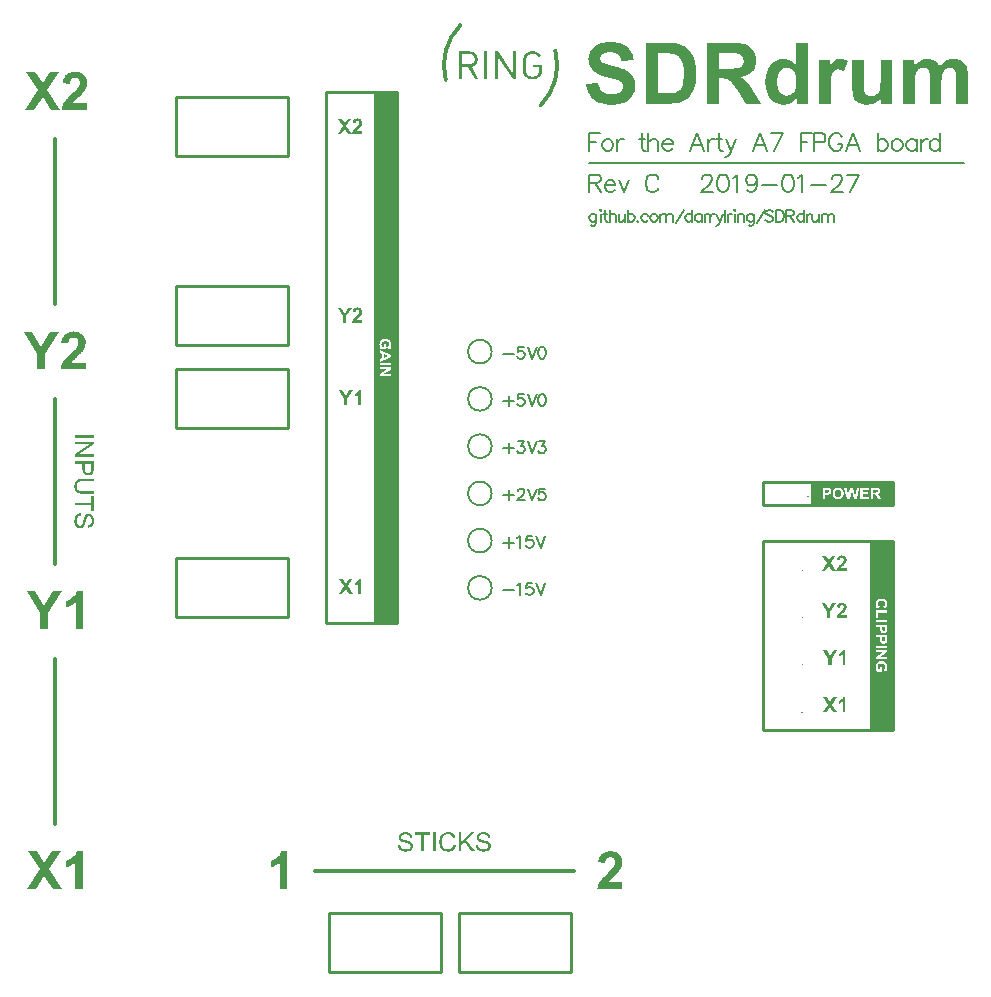
<source format=gto>
G04*
G04 #@! TF.GenerationSoftware,Altium Limited,Altium Designer,19.1.5 (86)*
G04*
G04 Layer_Color=65535*
%FSLAX25Y25*%
%MOIN*%
G70*
G01*
G75*
%ADD10C,0.00394*%
%ADD11C,0.00787*%
%ADD12C,0.01181*%
%ADD13C,0.01000*%
%ADD14C,0.00591*%
G36*
X181102Y153543D02*
X173228D01*
Y330709D01*
X181102D01*
Y153543D01*
D02*
G37*
G36*
X346457Y118110D02*
X338583D01*
Y181102D01*
X346457D01*
Y118110D01*
D02*
G37*
G36*
X209954Y83962D02*
X210021D01*
X210184Y83942D01*
X210377Y83914D01*
X210588Y83875D01*
X210799Y83817D01*
X211001Y83741D01*
X211011D01*
X211020Y83731D01*
X211049Y83721D01*
X211088Y83702D01*
X211184Y83644D01*
X211309Y83577D01*
X211443Y83481D01*
X211578Y83366D01*
X211712Y83231D01*
X211828Y83078D01*
X211837Y83058D01*
X211876Y83001D01*
X211924Y82904D01*
X211972Y82789D01*
X212029Y82645D01*
X212087Y82472D01*
X212125Y82289D01*
X212145Y82088D01*
X211347Y82030D01*
Y82040D01*
Y82059D01*
X211337Y82088D01*
X211328Y82126D01*
X211309Y82232D01*
X211270Y82366D01*
X211212Y82511D01*
X211136Y82655D01*
X211030Y82799D01*
X210905Y82924D01*
X210886Y82933D01*
X210838Y82972D01*
X210751Y83020D01*
X210636Y83078D01*
X210482Y83135D01*
X210290Y83183D01*
X210069Y83222D01*
X209809Y83231D01*
X209684D01*
X209627Y83222D01*
X209550D01*
X209387Y83193D01*
X209204Y83164D01*
X209021Y83116D01*
X208849Y83049D01*
X208772Y83001D01*
X208704Y82953D01*
X208695Y82943D01*
X208656Y82904D01*
X208599Y82847D01*
X208541Y82760D01*
X208474Y82664D01*
X208426Y82549D01*
X208387Y82424D01*
X208368Y82280D01*
Y82261D01*
Y82222D01*
X208378Y82155D01*
X208397Y82078D01*
X208426Y81992D01*
X208474Y81896D01*
X208531Y81809D01*
X208608Y81722D01*
X208618Y81713D01*
X208666Y81684D01*
X208695Y81665D01*
X208733Y81636D01*
X208791Y81617D01*
X208858Y81588D01*
X208935Y81550D01*
X209021Y81511D01*
X209118Y81482D01*
X209233Y81444D01*
X209367Y81396D01*
X209512Y81357D01*
X209675Y81319D01*
X209858Y81271D01*
X209867D01*
X209906Y81261D01*
X209954Y81252D01*
X210021Y81232D01*
X210107Y81213D01*
X210204Y81184D01*
X210415Y81136D01*
X210646Y81069D01*
X210876Y81002D01*
X210992Y80973D01*
X211088Y80935D01*
X211184Y80896D01*
X211261Y80867D01*
X211270D01*
X211289Y80858D01*
X211309Y80838D01*
X211347Y80819D01*
X211443Y80761D01*
X211568Y80694D01*
X211703Y80598D01*
X211837Y80483D01*
X211962Y80358D01*
X212068Y80223D01*
X212077Y80204D01*
X212106Y80156D01*
X212154Y80079D01*
X212202Y79964D01*
X212250Y79839D01*
X212298Y79685D01*
X212327Y79512D01*
X212337Y79330D01*
Y79320D01*
Y79310D01*
Y79282D01*
Y79243D01*
X212318Y79147D01*
X212298Y79022D01*
X212270Y78878D01*
X212212Y78715D01*
X212145Y78542D01*
X212049Y78378D01*
X212039Y78359D01*
X211991Y78301D01*
X211933Y78224D01*
X211837Y78128D01*
X211722Y78013D01*
X211578Y77898D01*
X211405Y77792D01*
X211212Y77686D01*
X211203D01*
X211184Y77677D01*
X211155Y77667D01*
X211116Y77648D01*
X211068Y77629D01*
X211011Y77609D01*
X210857Y77571D01*
X210684Y77523D01*
X210473Y77485D01*
X210251Y77456D01*
X210002Y77446D01*
X209858D01*
X209790Y77456D01*
X209704D01*
X209608Y77465D01*
X209502Y77475D01*
X209281Y77504D01*
X209041Y77552D01*
X208800Y77609D01*
X208570Y77686D01*
X208560D01*
X208541Y77696D01*
X208512Y77715D01*
X208474Y77734D01*
X208368Y77792D01*
X208243Y77878D01*
X208089Y77984D01*
X207945Y78109D01*
X207791Y78263D01*
X207657Y78436D01*
Y78446D01*
X207647Y78455D01*
X207628Y78484D01*
X207609Y78522D01*
X207580Y78570D01*
X207551Y78628D01*
X207493Y78772D01*
X207436Y78936D01*
X207378Y79137D01*
X207340Y79349D01*
X207320Y79580D01*
X208108Y79647D01*
Y79637D01*
Y79628D01*
X208118Y79570D01*
X208137Y79483D01*
X208157Y79368D01*
X208195Y79243D01*
X208233Y79109D01*
X208291Y78984D01*
X208358Y78859D01*
X208368Y78849D01*
X208397Y78811D01*
X208445Y78753D01*
X208522Y78686D01*
X208608Y78609D01*
X208714Y78522D01*
X208849Y78446D01*
X208993Y78369D01*
X209002D01*
X209012Y78359D01*
X209069Y78340D01*
X209156Y78311D01*
X209281Y78282D01*
X209416Y78244D01*
X209589Y78215D01*
X209771Y78196D01*
X209963Y78186D01*
X210040D01*
X210136Y78196D01*
X210242Y78205D01*
X210377Y78215D01*
X210511Y78244D01*
X210655Y78272D01*
X210799Y78321D01*
X210819Y78330D01*
X210857Y78349D01*
X210924Y78378D01*
X211001Y78426D01*
X211097Y78484D01*
X211184Y78551D01*
X211270Y78628D01*
X211347Y78715D01*
X211357Y78724D01*
X211376Y78763D01*
X211405Y78811D01*
X211443Y78878D01*
X211472Y78955D01*
X211501Y79051D01*
X211520Y79147D01*
X211530Y79253D01*
Y79262D01*
Y79301D01*
X211520Y79359D01*
X211510Y79426D01*
X211491Y79512D01*
X211453Y79599D01*
X211414Y79685D01*
X211357Y79772D01*
X211347Y79781D01*
X211328Y79810D01*
X211280Y79849D01*
X211222Y79906D01*
X211145Y79964D01*
X211049Y80022D01*
X210924Y80089D01*
X210790Y80146D01*
X210780Y80156D01*
X210742Y80166D01*
X210665Y80185D01*
X210617Y80204D01*
X210559Y80223D01*
X210482Y80243D01*
X210405Y80262D01*
X210309Y80291D01*
X210213Y80319D01*
X210098Y80348D01*
X209963Y80377D01*
X209819Y80416D01*
X209665Y80454D01*
X209656D01*
X209627Y80464D01*
X209579Y80473D01*
X209521Y80492D01*
X209454Y80512D01*
X209377Y80531D01*
X209194Y80579D01*
X208993Y80646D01*
X208791Y80713D01*
X208608Y80781D01*
X208522Y80810D01*
X208454Y80848D01*
X208445D01*
X208435Y80858D01*
X208378Y80896D01*
X208301Y80944D01*
X208205Y81011D01*
X208089Y81098D01*
X207984Y81194D01*
X207878Y81309D01*
X207782Y81434D01*
X207772Y81453D01*
X207743Y81502D01*
X207715Y81569D01*
X207676Y81665D01*
X207628Y81780D01*
X207599Y81915D01*
X207570Y82069D01*
X207561Y82222D01*
Y82232D01*
Y82241D01*
Y82270D01*
Y82309D01*
X207580Y82395D01*
X207599Y82511D01*
X207628Y82655D01*
X207676Y82799D01*
X207743Y82962D01*
X207830Y83116D01*
Y83126D01*
X207839Y83135D01*
X207878Y83183D01*
X207945Y83260D01*
X208032Y83356D01*
X208137Y83452D01*
X208272Y83558D01*
X208435Y83664D01*
X208618Y83750D01*
X208627D01*
X208637Y83760D01*
X208666Y83769D01*
X208714Y83789D01*
X208762Y83798D01*
X208820Y83817D01*
X208954Y83865D01*
X209127Y83904D01*
X209319Y83933D01*
X209540Y83962D01*
X209771Y83971D01*
X209886D01*
X209954Y83962D01*
D02*
G37*
G36*
X183997D02*
X184064D01*
X184228Y83942D01*
X184420Y83914D01*
X184631Y83875D01*
X184843Y83817D01*
X185045Y83741D01*
X185054D01*
X185064Y83731D01*
X185093Y83721D01*
X185131Y83702D01*
X185227Y83644D01*
X185352Y83577D01*
X185487Y83481D01*
X185621Y83366D01*
X185756Y83231D01*
X185871Y83078D01*
X185881Y83058D01*
X185919Y83001D01*
X185967Y82904D01*
X186015Y82789D01*
X186073Y82645D01*
X186130Y82472D01*
X186169Y82289D01*
X186188Y82088D01*
X185390Y82030D01*
Y82040D01*
Y82059D01*
X185381Y82088D01*
X185371Y82126D01*
X185352Y82232D01*
X185314Y82366D01*
X185256Y82511D01*
X185179Y82655D01*
X185073Y82799D01*
X184948Y82924D01*
X184929Y82933D01*
X184881Y82972D01*
X184795Y83020D01*
X184679Y83078D01*
X184526Y83135D01*
X184333Y83183D01*
X184112Y83222D01*
X183853Y83231D01*
X183728D01*
X183670Y83222D01*
X183593D01*
X183430Y83193D01*
X183247Y83164D01*
X183065Y83116D01*
X182892Y83049D01*
X182815Y83001D01*
X182748Y82953D01*
X182738Y82943D01*
X182700Y82904D01*
X182642Y82847D01*
X182584Y82760D01*
X182517Y82664D01*
X182469Y82549D01*
X182431Y82424D01*
X182411Y82280D01*
Y82261D01*
Y82222D01*
X182421Y82155D01*
X182440Y82078D01*
X182469Y81992D01*
X182517Y81896D01*
X182575Y81809D01*
X182652Y81722D01*
X182661Y81713D01*
X182709Y81684D01*
X182738Y81665D01*
X182776Y81636D01*
X182834Y81617D01*
X182902Y81588D01*
X182978Y81550D01*
X183065Y81511D01*
X183161Y81482D01*
X183276Y81444D01*
X183411Y81396D01*
X183555Y81357D01*
X183718Y81319D01*
X183901Y81271D01*
X183911D01*
X183949Y81261D01*
X183997Y81252D01*
X184064Y81232D01*
X184151Y81213D01*
X184247Y81184D01*
X184458Y81136D01*
X184689Y81069D01*
X184920Y81002D01*
X185035Y80973D01*
X185131Y80935D01*
X185227Y80896D01*
X185304Y80867D01*
X185314D01*
X185333Y80858D01*
X185352Y80838D01*
X185390Y80819D01*
X185487Y80761D01*
X185611Y80694D01*
X185746Y80598D01*
X185881Y80483D01*
X186005Y80358D01*
X186111Y80223D01*
X186121Y80204D01*
X186150Y80156D01*
X186198Y80079D01*
X186246Y79964D01*
X186294Y79839D01*
X186342Y79685D01*
X186371Y79512D01*
X186380Y79330D01*
Y79320D01*
Y79310D01*
Y79282D01*
Y79243D01*
X186361Y79147D01*
X186342Y79022D01*
X186313Y78878D01*
X186255Y78715D01*
X186188Y78542D01*
X186092Y78378D01*
X186082Y78359D01*
X186034Y78301D01*
X185977Y78224D01*
X185881Y78128D01*
X185765Y78013D01*
X185621Y77898D01*
X185448Y77792D01*
X185256Y77686D01*
X185246D01*
X185227Y77677D01*
X185198Y77667D01*
X185160Y77648D01*
X185112Y77629D01*
X185054Y77609D01*
X184900Y77571D01*
X184727Y77523D01*
X184516Y77485D01*
X184295Y77456D01*
X184045Y77446D01*
X183901D01*
X183834Y77456D01*
X183747D01*
X183651Y77465D01*
X183545Y77475D01*
X183324Y77504D01*
X183084Y77552D01*
X182844Y77609D01*
X182613Y77686D01*
X182604D01*
X182584Y77696D01*
X182555Y77715D01*
X182517Y77734D01*
X182411Y77792D01*
X182286Y77878D01*
X182133Y77984D01*
X181989Y78109D01*
X181835Y78263D01*
X181700Y78436D01*
Y78446D01*
X181691Y78455D01*
X181671Y78484D01*
X181652Y78522D01*
X181623Y78570D01*
X181595Y78628D01*
X181537Y78772D01*
X181479Y78936D01*
X181421Y79137D01*
X181383Y79349D01*
X181364Y79580D01*
X182152Y79647D01*
Y79637D01*
Y79628D01*
X182161Y79570D01*
X182181Y79483D01*
X182200Y79368D01*
X182238Y79243D01*
X182277Y79109D01*
X182334Y78984D01*
X182402Y78859D01*
X182411Y78849D01*
X182440Y78811D01*
X182488Y78753D01*
X182565Y78686D01*
X182652Y78609D01*
X182757Y78522D01*
X182892Y78446D01*
X183036Y78369D01*
X183046D01*
X183055Y78359D01*
X183113Y78340D01*
X183199Y78311D01*
X183324Y78282D01*
X183459Y78244D01*
X183632Y78215D01*
X183814Y78196D01*
X184007Y78186D01*
X184083D01*
X184180Y78196D01*
X184285Y78205D01*
X184420Y78215D01*
X184554Y78244D01*
X184699Y78272D01*
X184843Y78321D01*
X184862Y78330D01*
X184900Y78349D01*
X184968Y78378D01*
X185045Y78426D01*
X185141Y78484D01*
X185227Y78551D01*
X185314Y78628D01*
X185390Y78715D01*
X185400Y78724D01*
X185419Y78763D01*
X185448Y78811D01*
X185487Y78878D01*
X185515Y78955D01*
X185544Y79051D01*
X185563Y79147D01*
X185573Y79253D01*
Y79262D01*
Y79301D01*
X185563Y79359D01*
X185554Y79426D01*
X185535Y79512D01*
X185496Y79599D01*
X185458Y79685D01*
X185400Y79772D01*
X185390Y79781D01*
X185371Y79810D01*
X185323Y79849D01*
X185266Y79906D01*
X185189Y79964D01*
X185093Y80022D01*
X184968Y80089D01*
X184833Y80146D01*
X184824Y80156D01*
X184785Y80166D01*
X184708Y80185D01*
X184660Y80204D01*
X184602Y80223D01*
X184526Y80243D01*
X184449Y80262D01*
X184353Y80291D01*
X184256Y80319D01*
X184141Y80348D01*
X184007Y80377D01*
X183862Y80416D01*
X183709Y80454D01*
X183699D01*
X183670Y80464D01*
X183622Y80473D01*
X183565Y80492D01*
X183497Y80512D01*
X183420Y80531D01*
X183238Y80579D01*
X183036Y80646D01*
X182834Y80713D01*
X182652Y80781D01*
X182565Y80810D01*
X182498Y80848D01*
X182488D01*
X182479Y80858D01*
X182421Y80896D01*
X182344Y80944D01*
X182248Y81011D01*
X182133Y81098D01*
X182027Y81194D01*
X181921Y81309D01*
X181825Y81434D01*
X181816Y81453D01*
X181787Y81502D01*
X181758Y81569D01*
X181720Y81665D01*
X181671Y81780D01*
X181643Y81915D01*
X181614Y82069D01*
X181604Y82222D01*
Y82232D01*
Y82241D01*
Y82270D01*
Y82309D01*
X181623Y82395D01*
X181643Y82511D01*
X181671Y82655D01*
X181720Y82799D01*
X181787Y82962D01*
X181873Y83116D01*
Y83126D01*
X181883Y83135D01*
X181921Y83183D01*
X181989Y83260D01*
X182075Y83356D01*
X182181Y83452D01*
X182315Y83558D01*
X182479Y83664D01*
X182661Y83750D01*
X182671D01*
X182680Y83760D01*
X182709Y83769D01*
X182757Y83789D01*
X182805Y83798D01*
X182863Y83817D01*
X182998Y83865D01*
X183171Y83904D01*
X183363Y83933D01*
X183584Y83962D01*
X183814Y83971D01*
X183930D01*
X183997Y83962D01*
D02*
G37*
G36*
X198249D02*
X198326Y83952D01*
X198422Y83942D01*
X198527Y83933D01*
X198643Y83914D01*
X198892Y83856D01*
X199162Y83769D01*
X199296Y83712D01*
X199431Y83644D01*
X199556Y83568D01*
X199680Y83481D01*
X199690Y83472D01*
X199709Y83462D01*
X199738Y83433D01*
X199786Y83395D01*
X199834Y83347D01*
X199902Y83279D01*
X199969Y83212D01*
X200036Y83135D01*
X200113Y83039D01*
X200180Y82943D01*
X200257Y82828D01*
X200334Y82703D01*
X200401Y82578D01*
X200469Y82434D01*
X200584Y82126D01*
X199757Y81934D01*
Y81944D01*
X199748Y81963D01*
X199738Y82001D01*
X199719Y82049D01*
X199690Y82107D01*
X199661Y82174D01*
X199594Y82318D01*
X199508Y82482D01*
X199392Y82655D01*
X199267Y82809D01*
X199114Y82943D01*
X199094Y82953D01*
X199037Y82991D01*
X198950Y83039D01*
X198825Y83106D01*
X198681Y83164D01*
X198498Y83212D01*
X198297Y83250D01*
X198066Y83260D01*
X197999D01*
X197951Y83250D01*
X197883D01*
X197816Y83241D01*
X197643Y83212D01*
X197451Y83174D01*
X197249Y83106D01*
X197047Y83020D01*
X196855Y82904D01*
X196846D01*
X196836Y82885D01*
X196778Y82837D01*
X196692Y82760D01*
X196586Y82655D01*
X196480Y82520D01*
X196365Y82366D01*
X196259Y82174D01*
X196173Y81963D01*
Y81953D01*
X196163Y81934D01*
X196154Y81905D01*
X196144Y81857D01*
X196125Y81809D01*
X196115Y81742D01*
X196077Y81588D01*
X196038Y81405D01*
X196010Y81204D01*
X195990Y80983D01*
X195981Y80752D01*
Y80742D01*
Y80713D01*
Y80675D01*
Y80617D01*
X195990Y80550D01*
Y80464D01*
X196000Y80377D01*
X196010Y80281D01*
X196038Y80060D01*
X196077Y79820D01*
X196134Y79580D01*
X196211Y79349D01*
Y79339D01*
X196221Y79320D01*
X196240Y79291D01*
X196259Y79253D01*
X196307Y79137D01*
X196384Y79013D01*
X196490Y78859D01*
X196615Y78715D01*
X196759Y78570D01*
X196932Y78446D01*
X196942D01*
X196951Y78436D01*
X196980Y78417D01*
X197019Y78398D01*
X197124Y78359D01*
X197259Y78301D01*
X197413Y78253D01*
X197595Y78205D01*
X197797Y78167D01*
X198008Y78157D01*
X198076D01*
X198124Y78167D01*
X198181D01*
X198258Y78176D01*
X198422Y78205D01*
X198604Y78253D01*
X198806Y78330D01*
X198998Y78426D01*
X199190Y78561D01*
X199200Y78570D01*
X199210Y78580D01*
X199267Y78638D01*
X199354Y78734D01*
X199460Y78859D01*
X199565Y79032D01*
X199680Y79233D01*
X199777Y79483D01*
X199854Y79762D01*
X200690Y79551D01*
Y79541D01*
X200680Y79503D01*
X200661Y79455D01*
X200641Y79378D01*
X200603Y79301D01*
X200565Y79195D01*
X200526Y79089D01*
X200469Y78974D01*
X200344Y78715D01*
X200171Y78455D01*
X199978Y78205D01*
X199863Y78090D01*
X199738Y77984D01*
X199729Y77975D01*
X199709Y77965D01*
X199671Y77936D01*
X199613Y77898D01*
X199546Y77859D01*
X199469Y77811D01*
X199383Y77763D01*
X199277Y77715D01*
X199162Y77667D01*
X199037Y77619D01*
X198892Y77571D01*
X198748Y77533D01*
X198431Y77465D01*
X198258Y77456D01*
X198076Y77446D01*
X197980D01*
X197903Y77456D01*
X197816D01*
X197720Y77465D01*
X197605Y77485D01*
X197490Y77494D01*
X197220Y77552D01*
X196942Y77619D01*
X196673Y77725D01*
X196538Y77782D01*
X196413Y77859D01*
X196404Y77869D01*
X196384Y77878D01*
X196355Y77907D01*
X196307Y77936D01*
X196192Y78032D01*
X196058Y78167D01*
X195894Y78330D01*
X195740Y78542D01*
X195577Y78782D01*
X195442Y79061D01*
Y79070D01*
X195433Y79099D01*
X195414Y79137D01*
X195395Y79195D01*
X195366Y79272D01*
X195337Y79359D01*
X195308Y79455D01*
X195279Y79570D01*
X195250Y79685D01*
X195221Y79820D01*
X195164Y80108D01*
X195125Y80416D01*
X195116Y80752D01*
Y80761D01*
Y80800D01*
Y80848D01*
X195125Y80915D01*
Y81002D01*
X195135Y81107D01*
X195145Y81213D01*
X195164Y81338D01*
X195212Y81607D01*
X195270Y81896D01*
X195366Y82193D01*
X195491Y82472D01*
Y82482D01*
X195510Y82501D01*
X195529Y82539D01*
X195558Y82597D01*
X195596Y82655D01*
X195644Y82722D01*
X195769Y82885D01*
X195913Y83068D01*
X196096Y83250D01*
X196317Y83433D01*
X196557Y83587D01*
X196567D01*
X196586Y83606D01*
X196625Y83625D01*
X196682Y83644D01*
X196740Y83673D01*
X196817Y83712D01*
X196913Y83741D01*
X197009Y83779D01*
X197115Y83817D01*
X197230Y83846D01*
X197490Y83914D01*
X197778Y83952D01*
X198085Y83971D01*
X198181D01*
X198249Y83962D01*
D02*
G37*
G36*
X204130Y81300D02*
X206898Y77552D01*
X205792D01*
X203544Y80733D01*
X202516Y79743D01*
Y77552D01*
X201679D01*
Y83865D01*
X202516D01*
Y80742D01*
X205648Y83865D01*
X206782D01*
X204130Y81300D01*
D02*
G37*
G36*
X193886Y77552D02*
X193050D01*
Y83865D01*
X193886D01*
Y77552D01*
D02*
G37*
G36*
X192041Y83126D02*
X189965D01*
Y77552D01*
X189129D01*
Y83126D01*
X187053D01*
Y83865D01*
X192041D01*
Y83126D01*
D02*
G37*
G36*
X226548Y344255D02*
X226717Y344239D01*
X226887Y344209D01*
X227255Y344132D01*
X227271D01*
X227332Y344101D01*
X227425Y344070D01*
X227548Y344024D01*
X227686Y343963D01*
X227824Y343901D01*
X228132Y343717D01*
X228147Y343702D01*
X228208Y343671D01*
X228285Y343609D01*
X228393Y343532D01*
X228531Y343425D01*
X228670Y343302D01*
X228823Y343163D01*
X228992Y343010D01*
X228316Y342349D01*
X228301Y342364D01*
X228255Y342410D01*
X228178Y342487D01*
X228085Y342564D01*
X227870Y342764D01*
X227747Y342856D01*
X227640Y342933D01*
X227624Y342948D01*
X227594Y342964D01*
X227532Y343010D01*
X227455Y343056D01*
X227363Y343117D01*
X227255Y343163D01*
X227010Y343271D01*
X226994D01*
X226948Y343286D01*
X226871Y343317D01*
X226779Y343333D01*
X226656Y343363D01*
X226518Y343379D01*
X226210Y343394D01*
X226133D01*
X226041Y343379D01*
X225934D01*
X225795Y343348D01*
X225642Y343317D01*
X225488Y343286D01*
X225334Y343225D01*
X225319D01*
X225273Y343194D01*
X225181Y343148D01*
X225088Y343102D01*
X224981Y343025D01*
X224858Y342933D01*
X224735Y342841D01*
X224612Y342718D01*
X224596Y342702D01*
X224550Y342641D01*
X224474Y342549D01*
X224381Y342426D01*
X224289Y342272D01*
X224197Y342103D01*
X224135Y341888D01*
X224074Y341673D01*
Y341642D01*
X224059Y341611D01*
Y341550D01*
X224043Y341488D01*
Y341411D01*
X224028Y341304D01*
Y341181D01*
X224012Y341042D01*
X223997Y340889D01*
Y340720D01*
X223982Y340535D01*
Y340320D01*
X223966Y340090D01*
Y339844D01*
Y339567D01*
Y339551D01*
Y339505D01*
Y339429D01*
Y339321D01*
Y339198D01*
Y339060D01*
X223982Y338737D01*
X223997Y338383D01*
X224012Y338030D01*
X224043Y337692D01*
X224059Y337554D01*
X224074Y337431D01*
Y337400D01*
X224105Y337323D01*
X224135Y337215D01*
X224181Y337077D01*
X224258Y336908D01*
X224351Y336739D01*
X224458Y336554D01*
X224612Y336385D01*
X224642Y336355D01*
X224719Y336278D01*
X224858Y336186D01*
X225042Y336063D01*
X225273Y335940D01*
X225549Y335847D01*
X225857Y335771D01*
X226210Y335740D01*
X226303D01*
X226395Y335755D01*
X226533Y335771D01*
X226671Y335786D01*
X226840Y335832D01*
X227010Y335878D01*
X227179Y335940D01*
X227194Y335955D01*
X227255Y335970D01*
X227348Y336016D01*
X227455Y336093D01*
X227563Y336170D01*
X227701Y336278D01*
X227824Y336385D01*
X227947Y336524D01*
X227962Y336554D01*
X228024Y336631D01*
X228116Y336770D01*
X228208Y336969D01*
X228301Y337200D01*
X228393Y337492D01*
X228454Y337830D01*
X228470Y338214D01*
Y338921D01*
X226210D01*
Y339782D01*
X229469D01*
Y338307D01*
Y338291D01*
Y338276D01*
Y338230D01*
Y338168D01*
X229453Y338030D01*
X229438Y337830D01*
X229423Y337615D01*
X229392Y337400D01*
X229330Y337154D01*
X229269Y336939D01*
X229254Y336908D01*
X229238Y336846D01*
X229192Y336739D01*
X229131Y336600D01*
X229038Y336447D01*
X228946Y336278D01*
X228808Y336093D01*
X228670Y335924D01*
X228654Y335909D01*
X228593Y335847D01*
X228485Y335755D01*
X228347Y335632D01*
X228193Y335509D01*
X228009Y335386D01*
X227793Y335248D01*
X227563Y335140D01*
X227532Y335125D01*
X227455Y335094D01*
X227332Y335048D01*
X227163Y335002D01*
X226963Y334956D01*
X226733Y334910D01*
X226472Y334879D01*
X226210Y334864D01*
X226072D01*
X225980Y334879D01*
X225857Y334894D01*
X225718Y334910D01*
X225549Y334941D01*
X225380Y334987D01*
X225011Y335094D01*
X224812Y335171D01*
X224612Y335263D01*
X224412Y335371D01*
X224212Y335509D01*
X224012Y335648D01*
X223828Y335817D01*
X223813Y335832D01*
X223766Y335878D01*
X223705Y335940D01*
X223643Y336032D01*
X223551Y336124D01*
X223474Y336247D01*
X223398Y336370D01*
X223321Y336493D01*
Y336508D01*
X223290Y336554D01*
X223259Y336616D01*
X223229Y336723D01*
X223182Y336831D01*
X223152Y336954D01*
X223075Y337261D01*
Y337277D01*
X223059Y337338D01*
X223044Y337431D01*
X223029Y337538D01*
X223013Y337676D01*
X222998Y337830D01*
X222983Y338168D01*
Y338184D01*
Y338261D01*
Y338368D01*
Y338522D01*
X222967Y338722D01*
Y338967D01*
Y339244D01*
Y339567D01*
Y339582D01*
Y339613D01*
Y339674D01*
Y339767D01*
Y339859D01*
Y339967D01*
Y340228D01*
X222983Y340520D01*
Y340812D01*
Y341089D01*
X222998Y341335D01*
Y341365D01*
X223013Y341427D01*
X223029Y341550D01*
X223044Y341688D01*
X223075Y341857D01*
X223121Y342026D01*
X223229Y342395D01*
X223244Y342410D01*
X223259Y342472D01*
X223305Y342579D01*
X223367Y342687D01*
X223459Y342825D01*
X223567Y342979D01*
X223690Y343148D01*
X223828Y343302D01*
X223843Y343317D01*
X223874Y343348D01*
X223920Y343394D01*
X223997Y343456D01*
X224089Y343532D01*
X224212Y343609D01*
X224335Y343702D01*
X224489Y343794D01*
X224658Y343870D01*
X224842Y343963D01*
X225242Y344116D01*
X225472Y344178D01*
X225703Y344224D01*
X225949Y344255D01*
X226210Y344270D01*
X226410D01*
X226548Y344255D01*
D02*
G37*
G36*
X220646Y334941D02*
X219693D01*
X214821Y342349D01*
Y334941D01*
X213822D01*
Y344193D01*
X214760D01*
X219647Y336785D01*
Y344193D01*
X220646D01*
Y334941D01*
D02*
G37*
G36*
X211148D02*
X210149D01*
Y344193D01*
X211148D01*
Y334941D01*
D02*
G37*
G36*
X205476Y344178D02*
X205661Y344147D01*
X205876Y344116D01*
X206122Y344055D01*
X206368Y343978D01*
X206598Y343870D01*
X206629Y343855D01*
X206706Y343809D01*
X206813Y343748D01*
X206952Y343640D01*
X207121Y343517D01*
X207274Y343363D01*
X207443Y343179D01*
X207582Y342979D01*
X207597Y342948D01*
X207643Y342871D01*
X207689Y342748D01*
X207766Y342595D01*
X207828Y342395D01*
X207874Y342149D01*
X207920Y341888D01*
X207935Y341611D01*
Y341596D01*
Y341565D01*
Y341519D01*
X207920Y341442D01*
Y341365D01*
X207905Y341258D01*
X207858Y341027D01*
X207797Y340766D01*
X207689Y340489D01*
X207551Y340228D01*
X207367Y339967D01*
X207336Y339936D01*
X207259Y339859D01*
X207152Y339751D01*
X206982Y339628D01*
X206767Y339475D01*
X206521Y339352D01*
X206229Y339229D01*
X205907Y339137D01*
X208104Y334941D01*
X206936D01*
X204846Y339044D01*
X202633D01*
Y334941D01*
X201634D01*
Y344193D01*
X205322D01*
X205476Y344178D01*
D02*
G37*
G36*
X325981Y126473D02*
X327716Y123846D01*
X326487D01*
X325374Y125551D01*
X324253Y123846D01*
X323031D01*
X324775Y126473D01*
X323193Y128892D01*
X324383D01*
X325374Y127379D01*
X326372Y128892D01*
X327563D01*
X325981Y126473D01*
D02*
G37*
G36*
X330512Y123846D02*
X329544D01*
Y127486D01*
X329537Y127479D01*
X329521Y127463D01*
X329490Y127440D01*
X329452Y127402D01*
X329398Y127364D01*
X329337Y127318D01*
X329268Y127264D01*
X329183Y127210D01*
X329099Y127148D01*
X328999Y127087D01*
X328791Y126972D01*
X328553Y126857D01*
X328292Y126757D01*
Y127632D01*
X328300D01*
X328308Y127640D01*
X328331Y127648D01*
X328361Y127655D01*
X328438Y127686D01*
X328538Y127740D01*
X328661Y127801D01*
X328799Y127886D01*
X328953Y127978D01*
X329114Y128101D01*
X329122Y128109D01*
X329137Y128116D01*
X329160Y128139D01*
X329183Y128162D01*
X329260Y128231D01*
X329360Y128331D01*
X329460Y128446D01*
X329559Y128585D01*
X329652Y128738D01*
X329721Y128907D01*
X330512D01*
Y123846D01*
D02*
G37*
G36*
X64950Y71499D02*
X69293Y64926D01*
X66218D01*
X63431Y69192D01*
X60625Y64926D01*
X57569D01*
X61932Y71499D01*
X57973Y77553D01*
X60952D01*
X63431Y73767D01*
X65930Y77553D01*
X68909D01*
X64950Y71499D01*
D02*
G37*
G36*
X76289Y64926D02*
X73868D01*
Y74036D01*
X73848Y74017D01*
X73810Y73978D01*
X73733Y73921D01*
X73637Y73825D01*
X73502Y73728D01*
X73349Y73613D01*
X73176Y73479D01*
X72964Y73344D01*
X72753Y73190D01*
X72503Y73036D01*
X71984Y72748D01*
X71388Y72460D01*
X70735Y72210D01*
Y74401D01*
X70754D01*
X70773Y74420D01*
X70831Y74440D01*
X70908Y74459D01*
X71100Y74536D01*
X71350Y74670D01*
X71657Y74824D01*
X72003Y75035D01*
X72388Y75266D01*
X72791Y75573D01*
X72811Y75593D01*
X72849Y75612D01*
X72907Y75670D01*
X72964Y75727D01*
X73156Y75900D01*
X73406Y76150D01*
X73656Y76438D01*
X73906Y76784D01*
X74137Y77169D01*
X74310Y77592D01*
X76289D01*
Y64926D01*
D02*
G37*
G36*
X164563Y165843D02*
X166299Y163216D01*
X165070D01*
X163957Y164921D01*
X162835Y163216D01*
X161614D01*
X163357Y165843D01*
X161775Y168262D01*
X162966D01*
X163957Y166749D01*
X164955Y168262D01*
X166145D01*
X164563Y165843D01*
D02*
G37*
G36*
X169095Y163216D02*
X168127D01*
Y166857D01*
X168119Y166849D01*
X168104Y166833D01*
X168073Y166810D01*
X168035Y166772D01*
X167981Y166734D01*
X167919Y166688D01*
X167850Y166634D01*
X167766Y166580D01*
X167681Y166519D01*
X167581Y166457D01*
X167374Y166342D01*
X167136Y166227D01*
X166875Y166127D01*
Y167002D01*
X166883D01*
X166890Y167010D01*
X166913Y167018D01*
X166944Y167025D01*
X167021Y167056D01*
X167121Y167110D01*
X167244Y167171D01*
X167382Y167256D01*
X167535Y167348D01*
X167697Y167471D01*
X167704Y167479D01*
X167720Y167486D01*
X167743Y167509D01*
X167766Y167532D01*
X167843Y167602D01*
X167943Y167701D01*
X168042Y167816D01*
X168142Y167955D01*
X168234Y168108D01*
X168303Y168277D01*
X169095D01*
Y163216D01*
D02*
G37*
G36*
X325589Y173717D02*
X327325Y171090D01*
X326096D01*
X324982Y172795D01*
X323861Y171090D01*
X322640D01*
X324383Y173717D01*
X322801Y176136D01*
X323991D01*
X324982Y174623D01*
X325981Y176136D01*
X327171D01*
X325589Y173717D01*
D02*
G37*
G36*
X329421Y176144D02*
X329483Y176136D01*
X329559Y176128D01*
X329636Y176121D01*
X329729Y176098D01*
X329913Y176051D01*
X330112Y175982D01*
X330205Y175936D01*
X330304Y175882D01*
X330389Y175813D01*
X330473Y175744D01*
X330481Y175737D01*
X330489Y175729D01*
X330512Y175706D01*
X330542Y175675D01*
X330573Y175637D01*
X330612Y175583D01*
X330689Y175468D01*
X330765Y175322D01*
X330834Y175153D01*
X330888Y174961D01*
X330896Y174853D01*
X330904Y174746D01*
Y174731D01*
Y174692D01*
X330896Y174623D01*
X330888Y174539D01*
X330873Y174439D01*
X330850Y174331D01*
X330819Y174208D01*
X330781Y174093D01*
X330773Y174078D01*
X330758Y174039D01*
X330727Y173978D01*
X330689Y173901D01*
X330635Y173801D01*
X330566Y173694D01*
X330481Y173579D01*
X330389Y173456D01*
X330381Y173448D01*
X330358Y173417D01*
X330312Y173363D01*
X330243Y173294D01*
X330158Y173202D01*
X330043Y173087D01*
X329913Y172957D01*
X329751Y172810D01*
X329744Y172803D01*
X329729Y172795D01*
X329705Y172772D01*
X329682Y172741D01*
X329606Y172672D01*
X329513Y172580D01*
X329414Y172488D01*
X329321Y172396D01*
X329237Y172311D01*
X329206Y172281D01*
X329175Y172250D01*
X329168Y172242D01*
X329152Y172227D01*
X329129Y172204D01*
X329106Y172165D01*
X329037Y172089D01*
X328976Y171989D01*
X330904D01*
Y171090D01*
X327517D01*
Y171098D01*
Y171113D01*
X327524Y171144D01*
X327532Y171175D01*
X327540Y171221D01*
X327547Y171274D01*
X327578Y171397D01*
X327616Y171551D01*
X327678Y171712D01*
X327747Y171881D01*
X327839Y172050D01*
Y172058D01*
X327854Y172073D01*
X327870Y172096D01*
X327893Y172135D01*
X327931Y172181D01*
X327970Y172234D01*
X328024Y172304D01*
X328077Y172373D01*
X328146Y172457D01*
X328231Y172549D01*
X328315Y172649D01*
X328415Y172757D01*
X328530Y172872D01*
X328646Y172995D01*
X328784Y173125D01*
X328930Y173264D01*
X328937Y173271D01*
X328960Y173287D01*
X328991Y173325D01*
X329037Y173363D01*
X329083Y173410D01*
X329145Y173471D01*
X329275Y173594D01*
X329414Y173732D01*
X329544Y173870D01*
X329606Y173932D01*
X329659Y173986D01*
X329705Y174039D01*
X329736Y174085D01*
X329744Y174101D01*
X329767Y174139D01*
X329798Y174193D01*
X329836Y174270D01*
X329874Y174362D01*
X329905Y174462D01*
X329928Y174569D01*
X329936Y174677D01*
Y174692D01*
Y174731D01*
X329928Y174792D01*
X329913Y174861D01*
X329890Y174938D01*
X329859Y175022D01*
X329821Y175107D01*
X329759Y175176D01*
X329751Y175184D01*
X329729Y175207D01*
X329690Y175230D01*
X329636Y175268D01*
X329567Y175299D01*
X329483Y175322D01*
X329383Y175345D01*
X329275Y175353D01*
X329229D01*
X329168Y175345D01*
X329106Y175330D01*
X329030Y175306D01*
X328945Y175276D01*
X328868Y175230D01*
X328791Y175168D01*
X328784Y175161D01*
X328761Y175130D01*
X328738Y175092D01*
X328699Y175022D01*
X328669Y174938D01*
X328630Y174838D01*
X328607Y174707D01*
X328592Y174562D01*
X327632Y174654D01*
Y174661D01*
X327640Y174692D01*
Y174731D01*
X327655Y174784D01*
X327662Y174853D01*
X327686Y174923D01*
X327701Y175007D01*
X327732Y175099D01*
X327801Y175284D01*
X327893Y175476D01*
X327954Y175568D01*
X328016Y175652D01*
X328093Y175729D01*
X328169Y175798D01*
X328177Y175806D01*
X328192Y175813D01*
X328216Y175829D01*
X328254Y175852D01*
X328292Y175882D01*
X328346Y175913D01*
X328408Y175944D01*
X328484Y175975D01*
X328561Y176005D01*
X328646Y176036D01*
X328838Y176098D01*
X329053Y176136D01*
X329175Y176151D01*
X329367D01*
X329421Y176144D01*
D02*
G37*
G36*
X164475Y228320D02*
Y226208D01*
X163453D01*
Y228328D01*
X161610Y231254D01*
X162793D01*
X163983Y229250D01*
X165151Y231254D01*
X166318D01*
X164475Y228320D01*
D02*
G37*
G36*
X169098Y226208D02*
X168131D01*
Y229849D01*
X168123Y229841D01*
X168108Y229826D01*
X168077Y229803D01*
X168038Y229764D01*
X167985Y229726D01*
X167923Y229680D01*
X167854Y229626D01*
X167770Y229572D01*
X167685Y229511D01*
X167585Y229449D01*
X167378Y229334D01*
X167140Y229219D01*
X166879Y229119D01*
Y229995D01*
X166886D01*
X166894Y230002D01*
X166917Y230010D01*
X166948Y230018D01*
X167025Y230048D01*
X167125Y230102D01*
X167247Y230164D01*
X167386Y230248D01*
X167539Y230340D01*
X167701Y230463D01*
X167708Y230471D01*
X167724Y230478D01*
X167747Y230502D01*
X167770Y230524D01*
X167847Y230594D01*
X167946Y230693D01*
X168046Y230809D01*
X168146Y230947D01*
X168238Y231101D01*
X168307Y231270D01*
X169098D01*
Y226208D01*
D02*
G37*
G36*
X164083Y255879D02*
Y253767D01*
X163062D01*
Y255887D01*
X161219Y258813D01*
X162401D01*
X163592Y256809D01*
X164759Y258813D01*
X165927D01*
X164083Y255879D01*
D02*
G37*
G36*
X168008Y258821D02*
X168069Y258813D01*
X168146Y258805D01*
X168223Y258798D01*
X168315Y258775D01*
X168499Y258729D01*
X168699Y258660D01*
X168791Y258613D01*
X168891Y258560D01*
X168975Y258491D01*
X169060Y258421D01*
X169068Y258414D01*
X169075Y258406D01*
X169098Y258383D01*
X169129Y258352D01*
X169160Y258314D01*
X169198Y258260D01*
X169275Y258145D01*
X169352Y257999D01*
X169421Y257830D01*
X169475Y257638D01*
X169482Y257531D01*
X169490Y257423D01*
Y257408D01*
Y257369D01*
X169482Y257300D01*
X169475Y257216D01*
X169459Y257116D01*
X169436Y257008D01*
X169405Y256886D01*
X169367Y256770D01*
X169359Y256755D01*
X169344Y256716D01*
X169313Y256655D01*
X169275Y256578D01*
X169221Y256478D01*
X169152Y256371D01*
X169068Y256256D01*
X168975Y256133D01*
X168968Y256125D01*
X168945Y256094D01*
X168899Y256041D01*
X168830Y255972D01*
X168745Y255879D01*
X168630Y255764D01*
X168499Y255634D01*
X168338Y255488D01*
X168330Y255480D01*
X168315Y255472D01*
X168292Y255449D01*
X168269Y255419D01*
X168192Y255349D01*
X168100Y255257D01*
X168000Y255165D01*
X167908Y255073D01*
X167823Y254989D01*
X167793Y254958D01*
X167762Y254927D01*
X167754Y254919D01*
X167739Y254904D01*
X167716Y254881D01*
X167693Y254843D01*
X167624Y254766D01*
X167562Y254666D01*
X169490D01*
Y253767D01*
X166103D01*
Y253775D01*
Y253790D01*
X166111Y253821D01*
X166119Y253852D01*
X166126Y253898D01*
X166134Y253952D01*
X166165Y254075D01*
X166203Y254228D01*
X166264Y254390D01*
X166333Y254558D01*
X166426Y254727D01*
Y254735D01*
X166441Y254750D01*
X166456Y254773D01*
X166479Y254812D01*
X166518Y254858D01*
X166556Y254912D01*
X166610Y254981D01*
X166664Y255050D01*
X166733Y255134D01*
X166817Y255227D01*
X166902Y255326D01*
X167002Y255434D01*
X167117Y255549D01*
X167232Y255672D01*
X167370Y255803D01*
X167516Y255941D01*
X167524Y255948D01*
X167547Y255964D01*
X167578Y256002D01*
X167624Y256041D01*
X167670Y256087D01*
X167731Y256148D01*
X167862Y256271D01*
X168000Y256409D01*
X168131Y256547D01*
X168192Y256609D01*
X168246Y256663D01*
X168292Y256716D01*
X168323Y256763D01*
X168330Y256778D01*
X168353Y256816D01*
X168384Y256870D01*
X168422Y256947D01*
X168461Y257039D01*
X168492Y257139D01*
X168515Y257246D01*
X168522Y257354D01*
Y257369D01*
Y257408D01*
X168515Y257469D01*
X168499Y257538D01*
X168476Y257615D01*
X168446Y257699D01*
X168407Y257784D01*
X168346Y257853D01*
X168338Y257861D01*
X168315Y257884D01*
X168277Y257907D01*
X168223Y257945D01*
X168154Y257976D01*
X168069Y257999D01*
X167969Y258022D01*
X167862Y258030D01*
X167816D01*
X167754Y258022D01*
X167693Y258007D01*
X167616Y257984D01*
X167532Y257953D01*
X167455Y257907D01*
X167378Y257845D01*
X167370Y257838D01*
X167347Y257807D01*
X167324Y257769D01*
X167286Y257699D01*
X167255Y257615D01*
X167217Y257515D01*
X167194Y257385D01*
X167178Y257239D01*
X166218Y257331D01*
Y257339D01*
X166226Y257369D01*
Y257408D01*
X166241Y257462D01*
X166249Y257531D01*
X166272Y257600D01*
X166287Y257684D01*
X166318Y257776D01*
X166387Y257961D01*
X166479Y258153D01*
X166541Y258245D01*
X166602Y258329D01*
X166679Y258406D01*
X166756Y258475D01*
X166764Y258483D01*
X166779Y258491D01*
X166802Y258506D01*
X166840Y258529D01*
X166879Y258560D01*
X166933Y258590D01*
X166994Y258621D01*
X167071Y258652D01*
X167148Y258683D01*
X167232Y258713D01*
X167424Y258775D01*
X167639Y258813D01*
X167762Y258828D01*
X167954D01*
X168008Y258821D01*
D02*
G37*
G36*
X325892Y141706D02*
Y139594D01*
X324871D01*
Y141714D01*
X323028Y144640D01*
X324210D01*
X325401Y142635D01*
X326568Y144640D01*
X327735D01*
X325892Y141706D01*
D02*
G37*
G36*
X330516Y139594D02*
X329548D01*
Y143235D01*
X329540Y143227D01*
X329525Y143211D01*
X329494Y143188D01*
X329456Y143150D01*
X329402Y143112D01*
X329341Y143066D01*
X329272Y143012D01*
X329187Y142958D01*
X329102Y142897D01*
X329003Y142835D01*
X328795Y142720D01*
X328557Y142605D01*
X328296Y142505D01*
Y143380D01*
X328304D01*
X328311Y143388D01*
X328334Y143396D01*
X328365Y143403D01*
X328442Y143434D01*
X328542Y143488D01*
X328665Y143549D01*
X328803Y143634D01*
X328957Y143726D01*
X329118Y143849D01*
X329126Y143857D01*
X329141Y143864D01*
X329164Y143887D01*
X329187Y143910D01*
X329264Y143979D01*
X329364Y144079D01*
X329464Y144194D01*
X329563Y144333D01*
X329656Y144486D01*
X329725Y144655D01*
X330516D01*
Y139594D01*
D02*
G37*
G36*
X325501Y157454D02*
Y155342D01*
X324479D01*
Y157462D01*
X322636Y160388D01*
X323819D01*
X325009Y158384D01*
X326177Y160388D01*
X327344D01*
X325501Y157454D01*
D02*
G37*
G36*
X329425Y160396D02*
X329486Y160388D01*
X329563Y160380D01*
X329640Y160373D01*
X329732Y160350D01*
X329917Y160303D01*
X330116Y160234D01*
X330208Y160188D01*
X330308Y160134D01*
X330393Y160065D01*
X330477Y159996D01*
X330485Y159989D01*
X330493Y159981D01*
X330516Y159958D01*
X330546Y159927D01*
X330577Y159889D01*
X330615Y159835D01*
X330692Y159720D01*
X330769Y159574D01*
X330838Y159405D01*
X330892Y159213D01*
X330900Y159105D01*
X330907Y158998D01*
Y158983D01*
Y158944D01*
X330900Y158875D01*
X330892Y158791D01*
X330877Y158691D01*
X330854Y158583D01*
X330823Y158460D01*
X330785Y158345D01*
X330777Y158330D01*
X330761Y158291D01*
X330731Y158230D01*
X330692Y158153D01*
X330639Y158053D01*
X330569Y157946D01*
X330485Y157831D01*
X330393Y157708D01*
X330385Y157700D01*
X330362Y157669D01*
X330316Y157615D01*
X330247Y157546D01*
X330162Y157454D01*
X330047Y157339D01*
X329917Y157208D01*
X329755Y157062D01*
X329748Y157055D01*
X329732Y157047D01*
X329709Y157024D01*
X329686Y156993D01*
X329609Y156924D01*
X329517Y156832D01*
X329417Y156740D01*
X329325Y156648D01*
X329241Y156563D01*
X329210Y156533D01*
X329179Y156502D01*
X329172Y156494D01*
X329156Y156479D01*
X329133Y156456D01*
X329110Y156417D01*
X329041Y156341D01*
X328980Y156241D01*
X330907D01*
Y155342D01*
X327520D01*
Y155350D01*
Y155365D01*
X327528Y155396D01*
X327536Y155427D01*
X327543Y155473D01*
X327551Y155526D01*
X327582Y155649D01*
X327620Y155803D01*
X327682Y155964D01*
X327751Y156133D01*
X327843Y156302D01*
Y156310D01*
X327858Y156325D01*
X327874Y156348D01*
X327897Y156387D01*
X327935Y156433D01*
X327974Y156486D01*
X328027Y156556D01*
X328081Y156625D01*
X328150Y156709D01*
X328235Y156801D01*
X328319Y156901D01*
X328419Y157009D01*
X328534Y157124D01*
X328649Y157247D01*
X328788Y157377D01*
X328934Y157516D01*
X328941Y157523D01*
X328964Y157539D01*
X328995Y157577D01*
X329041Y157615D01*
X329087Y157661D01*
X329149Y157723D01*
X329279Y157846D01*
X329417Y157984D01*
X329548Y158122D01*
X329609Y158184D01*
X329663Y158238D01*
X329709Y158291D01*
X329740Y158337D01*
X329748Y158353D01*
X329771Y158391D01*
X329801Y158445D01*
X329840Y158522D01*
X329878Y158614D01*
X329909Y158714D01*
X329932Y158821D01*
X329940Y158929D01*
Y158944D01*
Y158983D01*
X329932Y159044D01*
X329917Y159113D01*
X329894Y159190D01*
X329863Y159274D01*
X329824Y159359D01*
X329763Y159428D01*
X329755Y159436D01*
X329732Y159459D01*
X329694Y159482D01*
X329640Y159520D01*
X329571Y159551D01*
X329486Y159574D01*
X329387Y159597D01*
X329279Y159605D01*
X329233D01*
X329172Y159597D01*
X329110Y159581D01*
X329033Y159558D01*
X328949Y159528D01*
X328872Y159482D01*
X328795Y159420D01*
X328788Y159413D01*
X328765Y159382D01*
X328742Y159344D01*
X328703Y159274D01*
X328672Y159190D01*
X328634Y159090D01*
X328611Y158959D01*
X328596Y158814D01*
X327636Y158906D01*
Y158913D01*
X327643Y158944D01*
Y158983D01*
X327659Y159036D01*
X327666Y159105D01*
X327689Y159175D01*
X327705Y159259D01*
X327735Y159351D01*
X327805Y159536D01*
X327897Y159728D01*
X327958Y159820D01*
X328020Y159904D01*
X328097Y159981D01*
X328173Y160050D01*
X328181Y160058D01*
X328196Y160065D01*
X328219Y160081D01*
X328258Y160104D01*
X328296Y160134D01*
X328350Y160165D01*
X328411Y160196D01*
X328488Y160227D01*
X328565Y160257D01*
X328649Y160288D01*
X328841Y160350D01*
X329056Y160388D01*
X329179Y160403D01*
X329371D01*
X329425Y160396D01*
D02*
G37*
G36*
X164172Y319386D02*
X165907Y316759D01*
X164679D01*
X163565Y318464D01*
X162444Y316759D01*
X161223D01*
X162966Y319386D01*
X161384Y321805D01*
X162574D01*
X163565Y320292D01*
X164563Y321805D01*
X165754D01*
X164172Y319386D01*
D02*
G37*
G36*
X168004Y321813D02*
X168065Y321805D01*
X168142Y321798D01*
X168219Y321790D01*
X168311Y321767D01*
X168495Y321721D01*
X168695Y321652D01*
X168787Y321606D01*
X168887Y321552D01*
X168972Y321483D01*
X169056Y321414D01*
X169064Y321406D01*
X169071Y321398D01*
X169095Y321375D01*
X169125Y321344D01*
X169156Y321306D01*
X169194Y321252D01*
X169271Y321137D01*
X169348Y320991D01*
X169417Y320822D01*
X169471Y320630D01*
X169478Y320523D01*
X169486Y320415D01*
Y320400D01*
Y320361D01*
X169478Y320292D01*
X169471Y320208D01*
X169455Y320108D01*
X169432Y320001D01*
X169402Y319878D01*
X169363Y319762D01*
X169356Y319747D01*
X169340Y319709D01*
X169309Y319647D01*
X169271Y319570D01*
X169217Y319471D01*
X169148Y319363D01*
X169064Y319248D01*
X168972Y319125D01*
X168964Y319117D01*
X168941Y319087D01*
X168895Y319033D01*
X168826Y318964D01*
X168741Y318871D01*
X168626Y318756D01*
X168495Y318626D01*
X168334Y318480D01*
X168326Y318472D01*
X168311Y318464D01*
X168288Y318441D01*
X168265Y318411D01*
X168188Y318342D01*
X168096Y318249D01*
X167996Y318157D01*
X167904Y318065D01*
X167820Y317981D01*
X167789Y317950D01*
X167758Y317919D01*
X167751Y317912D01*
X167735Y317896D01*
X167712Y317873D01*
X167689Y317835D01*
X167620Y317758D01*
X167559Y317658D01*
X169486D01*
Y316759D01*
X166099D01*
Y316767D01*
Y316782D01*
X166107Y316813D01*
X166115Y316844D01*
X166122Y316890D01*
X166130Y316944D01*
X166161Y317067D01*
X166199Y317220D01*
X166261Y317382D01*
X166330Y317551D01*
X166422Y317720D01*
Y317727D01*
X166437Y317742D01*
X166453Y317766D01*
X166476Y317804D01*
X166514Y317850D01*
X166552Y317904D01*
X166606Y317973D01*
X166660Y318042D01*
X166729Y318127D01*
X166814Y318219D01*
X166898Y318319D01*
X166998Y318426D01*
X167113Y318541D01*
X167228Y318664D01*
X167367Y318795D01*
X167512Y318933D01*
X167520Y318941D01*
X167543Y318956D01*
X167574Y318994D01*
X167620Y319033D01*
X167666Y319079D01*
X167727Y319140D01*
X167858Y319263D01*
X167996Y319401D01*
X168127Y319540D01*
X168188Y319601D01*
X168242Y319655D01*
X168288Y319709D01*
X168319Y319755D01*
X168326Y319770D01*
X168350Y319809D01*
X168380Y319862D01*
X168419Y319939D01*
X168457Y320031D01*
X168488Y320131D01*
X168511Y320238D01*
X168518Y320346D01*
Y320361D01*
Y320400D01*
X168511Y320461D01*
X168495Y320530D01*
X168472Y320607D01*
X168442Y320692D01*
X168403Y320776D01*
X168342Y320845D01*
X168334Y320853D01*
X168311Y320876D01*
X168273Y320899D01*
X168219Y320937D01*
X168150Y320968D01*
X168065Y320991D01*
X167965Y321014D01*
X167858Y321022D01*
X167812D01*
X167751Y321014D01*
X167689Y320999D01*
X167612Y320976D01*
X167528Y320945D01*
X167451Y320899D01*
X167374Y320838D01*
X167367Y320830D01*
X167343Y320799D01*
X167320Y320761D01*
X167282Y320692D01*
X167251Y320607D01*
X167213Y320507D01*
X167190Y320377D01*
X167174Y320231D01*
X166215Y320323D01*
Y320331D01*
X166222Y320361D01*
Y320400D01*
X166237Y320454D01*
X166245Y320523D01*
X166268Y320592D01*
X166284Y320676D01*
X166314Y320768D01*
X166383Y320953D01*
X166476Y321145D01*
X166537Y321237D01*
X166598Y321321D01*
X166675Y321398D01*
X166752Y321467D01*
X166760Y321475D01*
X166775Y321483D01*
X166798Y321498D01*
X166837Y321521D01*
X166875Y321552D01*
X166929Y321583D01*
X166990Y321613D01*
X167067Y321644D01*
X167144Y321675D01*
X167228Y321705D01*
X167420Y321767D01*
X167635Y321805D01*
X167758Y321821D01*
X167950D01*
X168004Y321813D01*
D02*
G37*
G36*
X63748Y243439D02*
Y238154D01*
X61192D01*
Y243459D01*
X56579Y250781D01*
X59539D01*
X62518Y245765D01*
X65440Y250781D01*
X68361D01*
X63748Y243439D01*
D02*
G37*
G36*
X73570Y250801D02*
X73723Y250781D01*
X73916Y250762D01*
X74108Y250743D01*
X74338Y250685D01*
X74800Y250570D01*
X75299Y250397D01*
X75530Y250282D01*
X75780Y250147D01*
X75991Y249974D01*
X76203Y249801D01*
X76222Y249782D01*
X76241Y249763D01*
X76299Y249705D01*
X76376Y249628D01*
X76453Y249532D01*
X76549Y249398D01*
X76741Y249109D01*
X76933Y248744D01*
X77106Y248321D01*
X77241Y247841D01*
X77260Y247572D01*
X77279Y247303D01*
Y247264D01*
Y247168D01*
X77260Y246995D01*
X77241Y246784D01*
X77202Y246534D01*
X77145Y246265D01*
X77068Y245957D01*
X76972Y245669D01*
X76952Y245631D01*
X76914Y245534D01*
X76837Y245381D01*
X76741Y245188D01*
X76606Y244939D01*
X76433Y244670D01*
X76222Y244381D01*
X75991Y244074D01*
X75972Y244055D01*
X75915Y243978D01*
X75799Y243843D01*
X75626Y243670D01*
X75415Y243439D01*
X75126Y243151D01*
X74800Y242824D01*
X74396Y242459D01*
X74377Y242440D01*
X74338Y242421D01*
X74281Y242363D01*
X74223Y242286D01*
X74031Y242113D01*
X73800Y241883D01*
X73550Y241652D01*
X73320Y241421D01*
X73108Y241210D01*
X73032Y241133D01*
X72955Y241056D01*
X72935Y241037D01*
X72897Y240999D01*
X72839Y240941D01*
X72782Y240845D01*
X72609Y240652D01*
X72455Y240403D01*
X77279D01*
Y238154D01*
X68803D01*
Y238173D01*
Y238212D01*
X68822Y238288D01*
X68841Y238365D01*
X68861Y238481D01*
X68880Y238615D01*
X68957Y238923D01*
X69053Y239307D01*
X69207Y239711D01*
X69380Y240134D01*
X69610Y240556D01*
Y240576D01*
X69649Y240614D01*
X69687Y240672D01*
X69745Y240768D01*
X69841Y240883D01*
X69937Y241018D01*
X70072Y241191D01*
X70206Y241364D01*
X70379Y241575D01*
X70591Y241806D01*
X70802Y242056D01*
X71052Y242325D01*
X71340Y242613D01*
X71628Y242920D01*
X71974Y243247D01*
X72340Y243593D01*
X72359Y243612D01*
X72416Y243651D01*
X72493Y243747D01*
X72609Y243843D01*
X72724Y243958D01*
X72878Y244112D01*
X73204Y244420D01*
X73550Y244766D01*
X73877Y245112D01*
X74031Y245265D01*
X74165Y245400D01*
X74281Y245534D01*
X74358Y245650D01*
X74377Y245688D01*
X74435Y245784D01*
X74511Y245919D01*
X74607Y246111D01*
X74704Y246342D01*
X74780Y246591D01*
X74838Y246861D01*
X74857Y247130D01*
Y247168D01*
Y247264D01*
X74838Y247418D01*
X74800Y247591D01*
X74742Y247783D01*
X74665Y247995D01*
X74569Y248206D01*
X74415Y248379D01*
X74396Y248398D01*
X74338Y248456D01*
X74242Y248514D01*
X74108Y248610D01*
X73935Y248687D01*
X73723Y248744D01*
X73474Y248802D01*
X73204Y248821D01*
X73089D01*
X72935Y248802D01*
X72782Y248763D01*
X72589Y248706D01*
X72378Y248629D01*
X72186Y248514D01*
X71994Y248360D01*
X71974Y248341D01*
X71917Y248264D01*
X71859Y248167D01*
X71763Y247995D01*
X71686Y247783D01*
X71590Y247533D01*
X71532Y247207D01*
X71494Y246841D01*
X69091Y247072D01*
Y247091D01*
X69111Y247168D01*
Y247264D01*
X69149Y247399D01*
X69168Y247572D01*
X69226Y247745D01*
X69264Y247956D01*
X69341Y248187D01*
X69514Y248648D01*
X69745Y249129D01*
X69899Y249359D01*
X70052Y249571D01*
X70245Y249763D01*
X70437Y249936D01*
X70456Y249955D01*
X70494Y249974D01*
X70552Y250013D01*
X70648Y250070D01*
X70744Y250147D01*
X70879Y250224D01*
X71033Y250301D01*
X71225Y250378D01*
X71417Y250455D01*
X71628Y250532D01*
X72109Y250685D01*
X72647Y250781D01*
X72955Y250820D01*
X73435D01*
X73570Y250801D01*
D02*
G37*
G36*
X144510Y64926D02*
X142088D01*
Y74036D01*
X142069Y74017D01*
X142030Y73978D01*
X141953Y73921D01*
X141857Y73825D01*
X141723Y73728D01*
X141569Y73613D01*
X141396Y73479D01*
X141184Y73344D01*
X140973Y73190D01*
X140723Y73036D01*
X140204Y72748D01*
X139609Y72460D01*
X138955Y72210D01*
Y74401D01*
X138974D01*
X138993Y74420D01*
X139051Y74440D01*
X139128Y74459D01*
X139320Y74536D01*
X139570Y74670D01*
X139877Y74824D01*
X140224Y75035D01*
X140608Y75266D01*
X141012Y75573D01*
X141031Y75593D01*
X141069Y75612D01*
X141127Y75670D01*
X141184Y75727D01*
X141377Y75900D01*
X141627Y76150D01*
X141876Y76438D01*
X142126Y76784D01*
X142357Y77169D01*
X142530Y77592D01*
X144510D01*
Y64926D01*
D02*
G37*
G36*
X79928Y215467D02*
X73615D01*
Y216303D01*
X79928D01*
Y215467D01*
D02*
G37*
G36*
Y213160D02*
X74970Y209835D01*
X79928D01*
Y209038D01*
X73615D01*
Y209893D01*
X78574Y213208D01*
X73615D01*
Y214006D01*
X79928D01*
Y213160D01*
D02*
G37*
G36*
Y205049D02*
X79919Y204905D01*
X79909Y204751D01*
X79900Y204588D01*
X79880Y204434D01*
X79861Y204300D01*
Y204281D01*
X79842Y204223D01*
X79823Y204136D01*
X79794Y204031D01*
X79756Y203906D01*
X79707Y203781D01*
X79640Y203646D01*
X79563Y203521D01*
X79554Y203512D01*
X79525Y203464D01*
X79477Y203406D01*
X79410Y203339D01*
X79323Y203262D01*
X79217Y203175D01*
X79102Y203089D01*
X78958Y203012D01*
X78939Y203003D01*
X78891Y202983D01*
X78814Y202954D01*
X78708Y202916D01*
X78583Y202878D01*
X78439Y202849D01*
X78276Y202830D01*
X78103Y202820D01*
X78093D01*
X78064D01*
X78026D01*
X77968Y202830D01*
X77901Y202839D01*
X77814Y202849D01*
X77728Y202858D01*
X77632Y202887D01*
X77411Y202945D01*
X77190Y203041D01*
X77074Y203099D01*
X76959Y203166D01*
X76844Y203243D01*
X76738Y203339D01*
X76728Y203348D01*
X76719Y203368D01*
X76690Y203397D01*
X76652Y203435D01*
X76613Y203502D01*
X76565Y203570D01*
X76517Y203656D01*
X76469Y203762D01*
X76411Y203877D01*
X76363Y204012D01*
X76315Y204165D01*
X76277Y204329D01*
X76238Y204521D01*
X76209Y204723D01*
X76200Y204944D01*
X76190Y205184D01*
Y206799D01*
X73615D01*
Y207634D01*
X79928D01*
Y205049D01*
D02*
G37*
G36*
Y200907D02*
X76277D01*
X76267D01*
X76238D01*
X76200D01*
X76142D01*
X76075D01*
X75998Y200898D01*
X75815Y200888D01*
X75623Y200869D01*
X75422Y200850D01*
X75229Y200811D01*
X75143Y200792D01*
X75066Y200763D01*
X75047Y200754D01*
X74999Y200734D01*
X74931Y200696D01*
X74845Y200638D01*
X74749Y200571D01*
X74643Y200475D01*
X74547Y200369D01*
X74461Y200235D01*
X74451Y200216D01*
X74432Y200168D01*
X74393Y200091D01*
X74364Y199985D01*
X74326Y199850D01*
X74287Y199697D01*
X74268Y199524D01*
X74259Y199331D01*
Y199245D01*
X74268Y199178D01*
Y199101D01*
X74278Y199014D01*
X74307Y198822D01*
X74364Y198601D01*
X74432Y198390D01*
X74537Y198188D01*
X74595Y198092D01*
X74672Y198015D01*
X74682D01*
X74691Y197996D01*
X74720Y197977D01*
X74758Y197957D01*
X74806Y197919D01*
X74864Y197890D01*
X74941Y197852D01*
X75027Y197813D01*
X75133Y197784D01*
X75248Y197746D01*
X75373Y197707D01*
X75527Y197679D01*
X75691Y197659D01*
X75863Y197640D01*
X76065Y197621D01*
X76277D01*
X79928D01*
Y196785D01*
X76277D01*
X76267D01*
X76238D01*
X76190D01*
X76123D01*
X76037Y196794D01*
X75950D01*
X75844Y196804D01*
X75729Y196814D01*
X75489Y196843D01*
X75239Y196881D01*
X74989Y196929D01*
X74768Y197006D01*
X74758D01*
X74739Y197016D01*
X74710Y197025D01*
X74672Y197044D01*
X74576Y197102D01*
X74441Y197179D01*
X74297Y197284D01*
X74143Y197419D01*
X73999Y197592D01*
X73855Y197784D01*
Y197794D01*
X73836Y197813D01*
X73826Y197842D01*
X73797Y197890D01*
X73778Y197938D01*
X73749Y198005D01*
X73711Y198092D01*
X73682Y198178D01*
X73653Y198274D01*
X73615Y198390D01*
X73586Y198505D01*
X73567Y198640D01*
X73528Y198928D01*
X73509Y199255D01*
Y199341D01*
X73519Y199399D01*
Y199476D01*
X73528Y199562D01*
X73538Y199658D01*
X73548Y199764D01*
X73586Y199995D01*
X73634Y200235D01*
X73711Y200485D01*
X73807Y200706D01*
Y200715D01*
X73826Y200734D01*
X73836Y200754D01*
X73865Y200792D01*
X73932Y200898D01*
X74038Y201013D01*
X74163Y201148D01*
X74307Y201273D01*
X74489Y201398D01*
X74691Y201503D01*
X74701D01*
X74720Y201513D01*
X74749Y201523D01*
X74797Y201542D01*
X74854Y201561D01*
X74931Y201580D01*
X75018Y201599D01*
X75114Y201619D01*
X75220Y201647D01*
X75335Y201667D01*
X75469Y201686D01*
X75604Y201705D01*
X75758Y201724D01*
X75921Y201734D01*
X76094Y201744D01*
X76277D01*
X79928D01*
Y200907D01*
D02*
G37*
G36*
Y190875D02*
X79189D01*
Y192950D01*
X73615D01*
Y193787D01*
X79189D01*
Y195862D01*
X79928D01*
Y190875D01*
D02*
G37*
G36*
X75710Y189500D02*
X75700D01*
X75691D01*
X75633Y189491D01*
X75546Y189472D01*
X75431Y189452D01*
X75306Y189414D01*
X75172Y189375D01*
X75047Y189318D01*
X74922Y189251D01*
X74912Y189241D01*
X74874Y189212D01*
X74816Y189164D01*
X74749Y189087D01*
X74672Y189001D01*
X74585Y188895D01*
X74509Y188760D01*
X74432Y188616D01*
Y188607D01*
X74422Y188597D01*
X74403Y188540D01*
X74374Y188453D01*
X74345Y188328D01*
X74307Y188194D01*
X74278Y188021D01*
X74259Y187838D01*
X74249Y187646D01*
Y187569D01*
X74259Y187473D01*
X74268Y187367D01*
X74278Y187232D01*
X74307Y187098D01*
X74335Y186954D01*
X74384Y186810D01*
X74393Y186790D01*
X74412Y186752D01*
X74441Y186685D01*
X74489Y186608D01*
X74547Y186512D01*
X74614Y186425D01*
X74691Y186339D01*
X74778Y186262D01*
X74787Y186252D01*
X74826Y186233D01*
X74874Y186204D01*
X74941Y186166D01*
X75018Y186137D01*
X75114Y186108D01*
X75210Y186089D01*
X75316Y186079D01*
X75325D01*
X75364D01*
X75422Y186089D01*
X75489Y186099D01*
X75575Y186118D01*
X75662Y186156D01*
X75748Y186195D01*
X75835Y186252D01*
X75844Y186262D01*
X75873Y186281D01*
X75912Y186329D01*
X75969Y186387D01*
X76027Y186464D01*
X76085Y186560D01*
X76152Y186685D01*
X76209Y186819D01*
X76219Y186829D01*
X76229Y186867D01*
X76248Y186944D01*
X76267Y186992D01*
X76286Y187050D01*
X76306Y187127D01*
X76325Y187204D01*
X76354Y187300D01*
X76382Y187396D01*
X76411Y187511D01*
X76440Y187646D01*
X76478Y187790D01*
X76517Y187944D01*
Y187953D01*
X76527Y187982D01*
X76536Y188030D01*
X76555Y188088D01*
X76575Y188155D01*
X76594Y188232D01*
X76642Y188415D01*
X76709Y188616D01*
X76776Y188818D01*
X76844Y189001D01*
X76873Y189087D01*
X76911Y189155D01*
Y189164D01*
X76921Y189174D01*
X76959Y189231D01*
X77007Y189308D01*
X77074Y189404D01*
X77161Y189520D01*
X77257Y189625D01*
X77372Y189731D01*
X77497Y189827D01*
X77516Y189837D01*
X77565Y189866D01*
X77632Y189894D01*
X77728Y189933D01*
X77843Y189981D01*
X77978Y190010D01*
X78132Y190039D01*
X78285Y190048D01*
X78295D01*
X78304D01*
X78333D01*
X78372D01*
X78458Y190029D01*
X78574Y190010D01*
X78718Y189981D01*
X78862Y189933D01*
X79025Y189866D01*
X79179Y189779D01*
X79189D01*
X79198Y189769D01*
X79246Y189731D01*
X79323Y189664D01*
X79419Y189577D01*
X79515Y189472D01*
X79621Y189337D01*
X79727Y189174D01*
X79813Y188991D01*
Y188981D01*
X79823Y188972D01*
X79832Y188943D01*
X79852Y188895D01*
X79861Y188847D01*
X79880Y188789D01*
X79928Y188655D01*
X79967Y188482D01*
X79996Y188290D01*
X80025Y188069D01*
X80034Y187838D01*
Y187723D01*
X80025Y187655D01*
Y187588D01*
X80005Y187425D01*
X79977Y187232D01*
X79938Y187021D01*
X79880Y186810D01*
X79804Y186608D01*
Y186598D01*
X79794Y186589D01*
X79784Y186560D01*
X79765Y186521D01*
X79707Y186425D01*
X79640Y186300D01*
X79544Y186166D01*
X79429Y186031D01*
X79294Y185897D01*
X79141Y185781D01*
X79121Y185772D01*
X79064Y185733D01*
X78967Y185685D01*
X78852Y185637D01*
X78708Y185580D01*
X78535Y185522D01*
X78352Y185484D01*
X78151Y185464D01*
X78093Y186262D01*
X78103D01*
X78122D01*
X78151Y186272D01*
X78189Y186281D01*
X78295Y186300D01*
X78429Y186339D01*
X78574Y186396D01*
X78718Y186473D01*
X78862Y186579D01*
X78987Y186704D01*
X78996Y186723D01*
X79035Y186771D01*
X79083Y186858D01*
X79141Y186973D01*
X79198Y187127D01*
X79246Y187319D01*
X79285Y187540D01*
X79294Y187800D01*
Y187924D01*
X79285Y187982D01*
Y188059D01*
X79256Y188222D01*
X79227Y188405D01*
X79179Y188587D01*
X79112Y188760D01*
X79064Y188837D01*
X79016Y188905D01*
X79006Y188914D01*
X78967Y188953D01*
X78910Y189010D01*
X78823Y189068D01*
X78727Y189135D01*
X78612Y189183D01*
X78487Y189222D01*
X78343Y189241D01*
X78324D01*
X78285D01*
X78218Y189231D01*
X78141Y189212D01*
X78055Y189183D01*
X77959Y189135D01*
X77872Y189078D01*
X77785Y189001D01*
X77776Y188991D01*
X77747Y188943D01*
X77728Y188914D01*
X77699Y188876D01*
X77680Y188818D01*
X77651Y188751D01*
X77613Y188674D01*
X77574Y188587D01*
X77545Y188491D01*
X77507Y188376D01*
X77459Y188242D01*
X77420Y188097D01*
X77382Y187934D01*
X77334Y187751D01*
Y187742D01*
X77324Y187703D01*
X77315Y187655D01*
X77295Y187588D01*
X77276Y187502D01*
X77247Y187406D01*
X77199Y187194D01*
X77132Y186963D01*
X77065Y186733D01*
X77036Y186618D01*
X76998Y186521D01*
X76959Y186425D01*
X76930Y186348D01*
Y186339D01*
X76921Y186319D01*
X76901Y186300D01*
X76882Y186262D01*
X76824Y186166D01*
X76757Y186041D01*
X76661Y185906D01*
X76546Y185772D01*
X76421Y185647D01*
X76286Y185541D01*
X76267Y185531D01*
X76219Y185503D01*
X76142Y185455D01*
X76027Y185407D01*
X75902Y185359D01*
X75748Y185310D01*
X75575Y185282D01*
X75393Y185272D01*
X75383D01*
X75373D01*
X75345D01*
X75306D01*
X75210Y185291D01*
X75085Y185310D01*
X74941Y185339D01*
X74778Y185397D01*
X74605Y185464D01*
X74441Y185560D01*
X74422Y185570D01*
X74364Y185618D01*
X74287Y185676D01*
X74191Y185772D01*
X74076Y185887D01*
X73961Y186031D01*
X73855Y186204D01*
X73749Y186396D01*
Y186406D01*
X73740Y186425D01*
X73730Y186454D01*
X73711Y186493D01*
X73692Y186541D01*
X73672Y186598D01*
X73634Y186752D01*
X73586Y186925D01*
X73548Y187136D01*
X73519Y187357D01*
X73509Y187607D01*
Y187751D01*
X73519Y187819D01*
Y187905D01*
X73528Y188001D01*
X73538Y188107D01*
X73567Y188328D01*
X73615Y188568D01*
X73672Y188809D01*
X73749Y189039D01*
Y189049D01*
X73759Y189068D01*
X73778Y189097D01*
X73797Y189135D01*
X73855Y189241D01*
X73941Y189366D01*
X74047Y189520D01*
X74172Y189664D01*
X74326Y189818D01*
X74499Y189952D01*
X74509D01*
X74518Y189962D01*
X74547Y189981D01*
X74585Y190000D01*
X74633Y190029D01*
X74691Y190058D01*
X74835Y190115D01*
X74999Y190173D01*
X75200Y190231D01*
X75412Y190269D01*
X75643Y190288D01*
X75710Y189500D01*
D02*
G37*
G36*
X64457Y331341D02*
X68801Y324768D01*
X65726D01*
X62939Y329035D01*
X60133Y324768D01*
X57077D01*
X61440Y331341D01*
X57481Y337396D01*
X60460D01*
X62939Y333609D01*
X65438Y337396D01*
X68417D01*
X64457Y331341D01*
D02*
G37*
G36*
X74048Y337415D02*
X74202Y337396D01*
X74394Y337376D01*
X74586Y337357D01*
X74817Y337299D01*
X75278Y337184D01*
X75778Y337011D01*
X76009Y336896D01*
X76259Y336761D01*
X76470Y336588D01*
X76681Y336415D01*
X76701Y336396D01*
X76720Y336377D01*
X76777Y336319D01*
X76854Y336242D01*
X76931Y336146D01*
X77027Y336012D01*
X77220Y335723D01*
X77412Y335358D01*
X77585Y334935D01*
X77719Y334455D01*
X77738Y334186D01*
X77758Y333917D01*
Y333878D01*
Y333782D01*
X77738Y333609D01*
X77719Y333398D01*
X77681Y333148D01*
X77623Y332879D01*
X77546Y332571D01*
X77450Y332283D01*
X77431Y332245D01*
X77393Y332149D01*
X77316Y331995D01*
X77220Y331803D01*
X77085Y331553D01*
X76912Y331284D01*
X76701Y330995D01*
X76470Y330688D01*
X76451Y330669D01*
X76393Y330592D01*
X76278Y330457D01*
X76105Y330284D01*
X75893Y330054D01*
X75605Y329765D01*
X75278Y329439D01*
X74875Y329073D01*
X74856Y329054D01*
X74817Y329035D01*
X74759Y328977D01*
X74702Y328900D01*
X74510Y328727D01*
X74279Y328497D01*
X74029Y328266D01*
X73798Y328035D01*
X73587Y327824D01*
X73510Y327747D01*
X73433Y327670D01*
X73414Y327651D01*
X73375Y327613D01*
X73318Y327555D01*
X73260Y327459D01*
X73087Y327267D01*
X72934Y327017D01*
X77758D01*
Y324768D01*
X69282D01*
Y324787D01*
Y324826D01*
X69301Y324903D01*
X69320Y324979D01*
X69339Y325095D01*
X69359Y325229D01*
X69436Y325537D01*
X69532Y325921D01*
X69685Y326325D01*
X69858Y326748D01*
X70089Y327171D01*
Y327190D01*
X70127Y327228D01*
X70166Y327286D01*
X70223Y327382D01*
X70320Y327497D01*
X70416Y327632D01*
X70550Y327805D01*
X70685Y327978D01*
X70858Y328189D01*
X71069Y328420D01*
X71281Y328670D01*
X71530Y328939D01*
X71819Y329227D01*
X72107Y329535D01*
X72453Y329861D01*
X72818Y330207D01*
X72837Y330227D01*
X72895Y330265D01*
X72972Y330361D01*
X73087Y330457D01*
X73203Y330573D01*
X73356Y330726D01*
X73683Y331034D01*
X74029Y331380D01*
X74356Y331726D01*
X74510Y331879D01*
X74644Y332014D01*
X74759Y332149D01*
X74836Y332264D01*
X74856Y332302D01*
X74913Y332398D01*
X74990Y332533D01*
X75086Y332725D01*
X75182Y332956D01*
X75259Y333206D01*
X75317Y333475D01*
X75336Y333744D01*
Y333782D01*
Y333878D01*
X75317Y334032D01*
X75278Y334205D01*
X75221Y334397D01*
X75144Y334609D01*
X75048Y334820D01*
X74894Y334993D01*
X74875Y335012D01*
X74817Y335070D01*
X74721Y335128D01*
X74586Y335224D01*
X74413Y335301D01*
X74202Y335358D01*
X73952Y335416D01*
X73683Y335435D01*
X73568D01*
X73414Y335416D01*
X73260Y335378D01*
X73068Y335320D01*
X72857Y335243D01*
X72664Y335128D01*
X72472Y334974D01*
X72453Y334955D01*
X72395Y334878D01*
X72338Y334782D01*
X72242Y334609D01*
X72165Y334397D01*
X72069Y334148D01*
X72011Y333821D01*
X71973Y333455D01*
X69570Y333686D01*
Y333705D01*
X69589Y333782D01*
Y333878D01*
X69628Y334013D01*
X69647Y334186D01*
X69705Y334359D01*
X69743Y334570D01*
X69820Y334801D01*
X69993Y335262D01*
X70223Y335743D01*
X70377Y335973D01*
X70531Y336185D01*
X70723Y336377D01*
X70915Y336550D01*
X70935Y336569D01*
X70973Y336588D01*
X71031Y336627D01*
X71127Y336684D01*
X71223Y336761D01*
X71357Y336838D01*
X71511Y336915D01*
X71703Y336992D01*
X71896Y337069D01*
X72107Y337146D01*
X72588Y337299D01*
X73126Y337396D01*
X73433Y337434D01*
X73914D01*
X74048Y337415D01*
D02*
G37*
G36*
X64728Y156825D02*
Y151540D01*
X62172D01*
Y156844D01*
X57559Y164167D01*
X60519D01*
X63498Y159151D01*
X66420Y164167D01*
X69341D01*
X64728Y156825D01*
D02*
G37*
G36*
X76299Y151540D02*
X73877D01*
Y160650D01*
X73858Y160631D01*
X73820Y160592D01*
X73743Y160535D01*
X73646Y160439D01*
X73512Y160343D01*
X73358Y160227D01*
X73185Y160093D01*
X72974Y159958D01*
X72762Y159804D01*
X72513Y159651D01*
X71994Y159362D01*
X71398Y159074D01*
X70744Y158824D01*
Y161015D01*
X70763D01*
X70783Y161034D01*
X70840Y161054D01*
X70917Y161073D01*
X71109Y161150D01*
X71359Y161284D01*
X71667Y161438D01*
X72013Y161650D01*
X72397Y161880D01*
X72801Y162188D01*
X72820Y162207D01*
X72859Y162226D01*
X72916Y162284D01*
X72974Y162341D01*
X73166Y162514D01*
X73416Y162764D01*
X73666Y163052D01*
X73916Y163399D01*
X74146Y163783D01*
X74319Y164206D01*
X76299D01*
Y151540D01*
D02*
G37*
G36*
X252497Y77572D02*
X252651Y77553D01*
X252843Y77534D01*
X253035Y77515D01*
X253266Y77457D01*
X253727Y77342D01*
X254227Y77169D01*
X254457Y77053D01*
X254707Y76919D01*
X254919Y76746D01*
X255130Y76573D01*
X255149Y76554D01*
X255169Y76534D01*
X255226Y76477D01*
X255303Y76400D01*
X255380Y76304D01*
X255476Y76169D01*
X255668Y75881D01*
X255861Y75516D01*
X256033Y75093D01*
X256168Y74612D01*
X256187Y74343D01*
X256206Y74074D01*
Y74036D01*
Y73940D01*
X256187Y73767D01*
X256168Y73555D01*
X256130Y73305D01*
X256072Y73036D01*
X255995Y72729D01*
X255899Y72441D01*
X255880Y72402D01*
X255841Y72306D01*
X255764Y72152D01*
X255668Y71960D01*
X255534Y71710D01*
X255361Y71441D01*
X255149Y71153D01*
X254919Y70845D01*
X254900Y70826D01*
X254842Y70749D01*
X254727Y70615D01*
X254554Y70442D01*
X254342Y70211D01*
X254054Y69923D01*
X253727Y69596D01*
X253324Y69231D01*
X253304Y69212D01*
X253266Y69192D01*
X253208Y69135D01*
X253151Y69058D01*
X252958Y68885D01*
X252728Y68654D01*
X252478Y68424D01*
X252247Y68193D01*
X252036Y67982D01*
X251959Y67905D01*
X251882Y67828D01*
X251863Y67809D01*
X251824Y67770D01*
X251767Y67712D01*
X251709Y67616D01*
X251536Y67424D01*
X251382Y67174D01*
X256206D01*
Y64926D01*
X247730D01*
Y64945D01*
Y64983D01*
X247750Y65060D01*
X247769Y65137D01*
X247788Y65252D01*
X247807Y65387D01*
X247884Y65694D01*
X247980Y66079D01*
X248134Y66482D01*
X248307Y66905D01*
X248538Y67328D01*
Y67347D01*
X248576Y67386D01*
X248615Y67443D01*
X248672Y67540D01*
X248768Y67655D01*
X248865Y67789D01*
X248999Y67962D01*
X249134Y68135D01*
X249307Y68347D01*
X249518Y68577D01*
X249729Y68827D01*
X249979Y69096D01*
X250268Y69385D01*
X250556Y69692D01*
X250902Y70019D01*
X251267Y70365D01*
X251286Y70384D01*
X251344Y70423D01*
X251421Y70519D01*
X251536Y70615D01*
X251651Y70730D01*
X251805Y70884D01*
X252132Y71191D01*
X252478Y71537D01*
X252805Y71883D01*
X252958Y72037D01*
X253093Y72171D01*
X253208Y72306D01*
X253285Y72421D01*
X253304Y72460D01*
X253362Y72556D01*
X253439Y72690D01*
X253535Y72883D01*
X253631Y73113D01*
X253708Y73363D01*
X253766Y73632D01*
X253785Y73901D01*
Y73940D01*
Y74036D01*
X253766Y74190D01*
X253727Y74363D01*
X253670Y74555D01*
X253593Y74766D01*
X253497Y74978D01*
X253343Y75151D01*
X253324Y75170D01*
X253266Y75227D01*
X253170Y75285D01*
X253035Y75381D01*
X252862Y75458D01*
X252651Y75516D01*
X252401Y75573D01*
X252132Y75593D01*
X252017D01*
X251863Y75573D01*
X251709Y75535D01*
X251517Y75477D01*
X251305Y75401D01*
X251113Y75285D01*
X250921Y75131D01*
X250902Y75112D01*
X250844Y75035D01*
X250786Y74939D01*
X250690Y74766D01*
X250613Y74555D01*
X250517Y74305D01*
X250460Y73978D01*
X250421Y73613D01*
X248019Y73844D01*
Y73863D01*
X248038Y73940D01*
Y74036D01*
X248077Y74170D01*
X248096Y74343D01*
X248153Y74516D01*
X248192Y74728D01*
X248269Y74958D01*
X248442Y75420D01*
X248672Y75900D01*
X248826Y76131D01*
X248980Y76342D01*
X249172Y76534D01*
X249364Y76707D01*
X249383Y76727D01*
X249422Y76746D01*
X249480Y76784D01*
X249576Y76842D01*
X249672Y76919D01*
X249806Y76996D01*
X249960Y77073D01*
X250152Y77149D01*
X250344Y77226D01*
X250556Y77303D01*
X251036Y77457D01*
X251574Y77553D01*
X251882Y77592D01*
X252362D01*
X252497Y77572D01*
D02*
G37*
G36*
X346457Y192913D02*
X318898D01*
Y200787D01*
X346457D01*
Y192913D01*
D02*
G37*
G36*
X252797Y347282D02*
X253135Y347251D01*
X253504Y347220D01*
X253904Y347159D01*
X254334Y347097D01*
X255257Y346913D01*
X256210Y346605D01*
X256671Y346421D01*
X257102Y346175D01*
X257532Y345929D01*
X257901Y345621D01*
X257932Y345591D01*
X257994Y345529D01*
X258086Y345437D01*
X258209Y345314D01*
X258363Y345160D01*
X258516Y344945D01*
X258701Y344699D01*
X258885Y344422D01*
X259070Y344115D01*
X259224Y343776D01*
X259562Y343038D01*
X259685Y342608D01*
X259808Y342147D01*
X259900Y341655D01*
X259931Y341163D01*
X255841Y341009D01*
Y341040D01*
Y341070D01*
X255780Y341255D01*
X255718Y341532D01*
X255595Y341870D01*
X255441Y342239D01*
X255257Y342608D01*
X255011Y342946D01*
X254703Y343223D01*
X254673Y343254D01*
X254550Y343346D01*
X254365Y343438D01*
X254088Y343592D01*
X253719Y343715D01*
X253289Y343807D01*
X252766Y343899D01*
X252151Y343930D01*
X251874D01*
X251536Y343899D01*
X251136Y343838D01*
X250706Y343746D01*
X250244Y343623D01*
X249783Y343438D01*
X249383Y343192D01*
X249353Y343161D01*
X249291Y343100D01*
X249199Y343008D01*
X249076Y342854D01*
X248953Y342669D01*
X248861Y342454D01*
X248799Y342208D01*
X248768Y341931D01*
Y341901D01*
Y341808D01*
X248799Y341685D01*
X248830Y341501D01*
X248922Y341316D01*
X249014Y341101D01*
X249168Y340917D01*
X249353Y340701D01*
X249383Y340671D01*
X249506Y340578D01*
X249752Y340455D01*
X249906Y340394D01*
X250121Y340302D01*
X250337Y340179D01*
X250613Y340086D01*
X250890Y339963D01*
X251259Y339871D01*
X251628Y339748D01*
X252059Y339625D01*
X252551Y339471D01*
X253074Y339348D01*
X253104D01*
X253197Y339318D01*
X253350Y339287D01*
X253566Y339225D01*
X253812Y339164D01*
X254088Y339072D01*
X254734Y338918D01*
X255472Y338672D01*
X256179Y338457D01*
X256887Y338180D01*
X257194Y338057D01*
X257471Y337903D01*
X257502D01*
X257532Y337872D01*
X257717Y337780D01*
X257963Y337596D01*
X258270Y337380D01*
X258639Y337073D01*
X259008Y336735D01*
X259347Y336304D01*
X259685Y335843D01*
X259716Y335781D01*
X259808Y335628D01*
X259962Y335320D01*
X260115Y334951D01*
X260238Y334490D01*
X260392Y333936D01*
X260484Y333321D01*
X260515Y332645D01*
Y332614D01*
Y332553D01*
Y332460D01*
Y332337D01*
X260454Y331999D01*
X260392Y331569D01*
X260269Y331077D01*
X260115Y330523D01*
X259869Y329939D01*
X259531Y329355D01*
Y329324D01*
X259500Y329293D01*
X259347Y329109D01*
X259131Y328832D01*
X258824Y328524D01*
X258455Y328155D01*
X257963Y327786D01*
X257440Y327417D01*
X256794Y327110D01*
X256764D01*
X256702Y327079D01*
X256610Y327048D01*
X256487Y326987D01*
X256302Y326956D01*
X256118Y326895D01*
X255872Y326833D01*
X255595Y326772D01*
X254949Y326618D01*
X254211Y326526D01*
X253381Y326433D01*
X252428Y326403D01*
X252059D01*
X251782Y326433D01*
X251474Y326464D01*
X251105Y326495D01*
X250706Y326556D01*
X250244Y326618D01*
X249291Y326833D01*
X248799Y326987D01*
X248307Y327141D01*
X247846Y327356D01*
X247385Y327571D01*
X246923Y327848D01*
X246524Y328155D01*
X246493Y328186D01*
X246431Y328248D01*
X246339Y328340D01*
X246185Y328494D01*
X246032Y328678D01*
X245847Y328893D01*
X245663Y329170D01*
X245447Y329447D01*
X245232Y329816D01*
X245017Y330185D01*
X244832Y330615D01*
X244617Y331077D01*
X244463Y331569D01*
X244310Y332122D01*
X244187Y332706D01*
X244094Y333321D01*
X248061Y333721D01*
Y333690D01*
X248092Y333629D01*
Y333537D01*
X248123Y333383D01*
X248215Y333045D01*
X248369Y332583D01*
X248553Y332122D01*
X248799Y331630D01*
X249107Y331169D01*
X249476Y330769D01*
X249537Y330738D01*
X249691Y330615D01*
X249937Y330492D01*
X250275Y330308D01*
X250706Y330154D01*
X251198Y330000D01*
X251782Y329877D01*
X252459Y329847D01*
X252797D01*
X253135Y329877D01*
X253566Y329939D01*
X254058Y330062D01*
X254550Y330185D01*
X255011Y330400D01*
X255411Y330677D01*
X255441Y330708D01*
X255564Y330831D01*
X255718Y330984D01*
X255933Y331230D01*
X256118Y331507D01*
X256272Y331845D01*
X256395Y332214D01*
X256425Y332614D01*
Y332645D01*
Y332737D01*
X256395Y332860D01*
X256364Y333045D01*
X256241Y333414D01*
X256149Y333629D01*
X255995Y333813D01*
X255964Y333844D01*
X255903Y333906D01*
X255810Y333998D01*
X255657Y334121D01*
X255441Y334275D01*
X255195Y334398D01*
X254888Y334551D01*
X254519Y334705D01*
X254488D01*
X254365Y334767D01*
X254150Y334828D01*
X253842Y334920D01*
X253658Y334982D01*
X253412Y335043D01*
X253166Y335105D01*
X252858Y335197D01*
X252520Y335289D01*
X252151Y335382D01*
X251751Y335474D01*
X251290Y335597D01*
X251259D01*
X251136Y335628D01*
X250982Y335689D01*
X250767Y335751D01*
X250490Y335812D01*
X250183Y335904D01*
X249506Y336150D01*
X248738Y336427D01*
X247969Y336765D01*
X247292Y337165D01*
X246985Y337380D01*
X246708Y337596D01*
X246677Y337626D01*
X246616Y337688D01*
X246524Y337780D01*
X246431Y337903D01*
X246278Y338057D01*
X246124Y338241D01*
X245970Y338487D01*
X245786Y338733D01*
X245447Y339318D01*
X245140Y340025D01*
X245048Y340394D01*
X244955Y340794D01*
X244894Y341224D01*
X244863Y341655D01*
Y341685D01*
Y341716D01*
Y341808D01*
Y341931D01*
X244925Y342208D01*
X244986Y342608D01*
X245078Y343038D01*
X245232Y343530D01*
X245447Y344022D01*
X245724Y344545D01*
Y344576D01*
X245755Y344607D01*
X245878Y344760D01*
X246093Y345006D01*
X246370Y345314D01*
X246708Y345652D01*
X247139Y345990D01*
X247631Y346329D01*
X248215Y346605D01*
X248246D01*
X248276Y346636D01*
X248399Y346667D01*
X248522Y346728D01*
X248676Y346759D01*
X248861Y346821D01*
X249322Y346974D01*
X249906Y347097D01*
X250583Y347190D01*
X251351Y347282D01*
X252182Y347313D01*
X252551D01*
X252797Y347282D01*
D02*
G37*
G36*
X318079Y326772D02*
X314481D01*
Y328893D01*
X314451Y328832D01*
X314328Y328678D01*
X314112Y328463D01*
X313866Y328186D01*
X313559Y327909D01*
X313190Y327571D01*
X312790Y327294D01*
X312329Y327018D01*
X312267Y326987D01*
X312113Y326925D01*
X311898Y326833D01*
X311591Y326710D01*
X311222Y326587D01*
X310791Y326495D01*
X310361Y326433D01*
X309899Y326403D01*
X309653D01*
X309469Y326433D01*
X309254Y326464D01*
X309008Y326526D01*
X308423Y326649D01*
X307747Y326895D01*
X307378Y327048D01*
X307009Y327264D01*
X306640Y327479D01*
X306302Y327756D01*
X305933Y328063D01*
X305594Y328432D01*
X305564Y328463D01*
X305533Y328524D01*
X305441Y328647D01*
X305318Y328801D01*
X305195Y329016D01*
X305041Y329262D01*
X304856Y329570D01*
X304703Y329908D01*
X304549Y330277D01*
X304364Y330708D01*
X304211Y331169D01*
X304088Y331692D01*
X303965Y332214D01*
X303903Y332799D01*
X303842Y333444D01*
X303811Y334090D01*
Y334121D01*
Y334244D01*
Y334459D01*
X303842Y334705D01*
X303872Y335013D01*
X303903Y335382D01*
X303965Y335781D01*
X304026Y336181D01*
X304241Y337104D01*
X304549Y338057D01*
X304733Y338518D01*
X304979Y338949D01*
X305225Y339379D01*
X305533Y339748D01*
X305564Y339779D01*
X305625Y339840D01*
X305717Y339933D01*
X305840Y340056D01*
X306025Y340209D01*
X306240Y340363D01*
X306486Y340548D01*
X306732Y340732D01*
X307040Y340917D01*
X307378Y341101D01*
X308147Y341409D01*
X308546Y341532D01*
X309008Y341624D01*
X309469Y341685D01*
X309961Y341716D01*
X310207D01*
X310361Y341685D01*
X310576Y341655D01*
X310822Y341593D01*
X311406Y341470D01*
X312052Y341224D01*
X312421Y341040D01*
X312790Y340855D01*
X313128Y340609D01*
X313497Y340332D01*
X313866Y340025D01*
X314205Y339656D01*
Y346974D01*
X318079D01*
Y326772D01*
D02*
G37*
G36*
X367064Y341685D02*
X367463Y341624D01*
X367863Y341562D01*
X368324Y341439D01*
X368786Y341255D01*
X369216Y341040D01*
X369278Y341009D01*
X369401Y340917D01*
X369616Y340763D01*
X369862Y340548D01*
X370139Y340302D01*
X370415Y339963D01*
X370692Y339564D01*
X370907Y339133D01*
X370938Y339102D01*
X370969Y338949D01*
X371030Y338733D01*
X371123Y338395D01*
X371184Y337965D01*
X371246Y337442D01*
X371276Y336827D01*
X371307Y336089D01*
Y326772D01*
X367433D01*
Y335105D01*
Y335136D01*
Y335197D01*
Y335320D01*
Y335443D01*
X367402Y335843D01*
X367371Y336273D01*
X367340Y336765D01*
X367279Y337227D01*
X367156Y337626D01*
X367094Y337811D01*
X367033Y337934D01*
X367002Y337965D01*
X366941Y338057D01*
X366787Y338211D01*
X366633Y338364D01*
X366387Y338487D01*
X366110Y338641D01*
X365772Y338733D01*
X365372Y338764D01*
X365249D01*
X365096Y338733D01*
X364880Y338703D01*
X364634Y338641D01*
X364388Y338549D01*
X364112Y338426D01*
X363835Y338241D01*
X363804Y338211D01*
X363712Y338149D01*
X363589Y338026D01*
X363435Y337872D01*
X363281Y337688D01*
X363097Y337411D01*
X362943Y337134D01*
X362820Y336796D01*
Y336765D01*
X362759Y336612D01*
X362728Y336396D01*
X362667Y336058D01*
X362605Y335628D01*
X362574Y335136D01*
X362513Y334490D01*
Y333783D01*
Y326772D01*
X358638D01*
Y334767D01*
Y334797D01*
Y334859D01*
Y334982D01*
Y335105D01*
Y335474D01*
X358608Y335935D01*
X358577Y336396D01*
X358546Y336858D01*
X358485Y337227D01*
X358454Y337411D01*
X358423Y337534D01*
Y337565D01*
X358392Y337626D01*
X358331Y337749D01*
X358269Y337872D01*
X358054Y338180D01*
X357777Y338457D01*
X357747D01*
X357685Y338518D01*
X357593Y338549D01*
X357470Y338610D01*
X357316Y338672D01*
X357101Y338703D01*
X356886Y338764D01*
X356455D01*
X356271Y338733D01*
X356055Y338703D01*
X355809Y338641D01*
X355533Y338549D01*
X355256Y338426D01*
X354979Y338272D01*
X354948Y338241D01*
X354856Y338180D01*
X354733Y338057D01*
X354579Y337903D01*
X354426Y337719D01*
X354241Y337473D01*
X354087Y337196D01*
X353964Y336858D01*
Y336827D01*
X353903Y336673D01*
X353872Y336458D01*
X353811Y336150D01*
X353749Y335751D01*
X353718Y335228D01*
X353657Y334613D01*
Y333875D01*
Y326772D01*
X349782D01*
Y341409D01*
X353349D01*
Y339410D01*
X353380Y339441D01*
X353442Y339502D01*
X353534Y339625D01*
X353688Y339779D01*
X353872Y339933D01*
X354087Y340148D01*
X354333Y340363D01*
X354641Y340578D01*
X354948Y340794D01*
X355287Y340978D01*
X356086Y341347D01*
X356486Y341501D01*
X356947Y341624D01*
X357408Y341685D01*
X357900Y341716D01*
X358146D01*
X358392Y341685D01*
X358731Y341655D01*
X359130Y341562D01*
X359530Y341470D01*
X359930Y341316D01*
X360330Y341132D01*
X360391Y341101D01*
X360514Y341009D01*
X360699Y340886D01*
X360945Y340701D01*
X361221Y340455D01*
X361498Y340148D01*
X361775Y339779D01*
X362052Y339379D01*
X362082Y339441D01*
X362205Y339564D01*
X362421Y339779D01*
X362667Y340025D01*
X362974Y340332D01*
X363312Y340609D01*
X363712Y340886D01*
X364112Y341132D01*
X364173Y341163D01*
X364296Y341224D01*
X364542Y341316D01*
X364850Y341439D01*
X365188Y341532D01*
X365618Y341624D01*
X366049Y341685D01*
X366510Y341716D01*
X366787D01*
X367064Y341685D01*
D02*
G37*
G36*
X329118D02*
X329456Y341624D01*
X329825Y341532D01*
X330287Y341409D01*
X330748Y341224D01*
X331209Y340978D01*
X330010Y337596D01*
X329979Y337626D01*
X329856Y337688D01*
X329641Y337811D01*
X329426Y337934D01*
X329118Y338026D01*
X328811Y338149D01*
X328503Y338211D01*
X328165Y338241D01*
X328042D01*
X327888Y338211D01*
X327704Y338180D01*
X327488Y338118D01*
X327242Y338057D01*
X326996Y337934D01*
X326781Y337780D01*
X326750Y337749D01*
X326689Y337688D01*
X326597Y337565D01*
X326474Y337411D01*
X326320Y337196D01*
X326166Y336888D01*
X326012Y336550D01*
X325889Y336150D01*
Y336089D01*
X325859Y336027D01*
X325828Y335904D01*
Y335781D01*
X325797Y335597D01*
X325766Y335351D01*
X325736Y335105D01*
X325705Y334797D01*
X325674Y334459D01*
X325643Y334059D01*
Y333598D01*
X325613Y333106D01*
X325582Y332553D01*
Y331938D01*
Y331261D01*
Y326772D01*
X321708D01*
Y341409D01*
X325305D01*
Y339348D01*
X325336Y339379D01*
X325459Y339564D01*
X325643Y339810D01*
X325859Y340117D01*
X326105Y340455D01*
X326381Y340763D01*
X326689Y341040D01*
X326966Y341255D01*
X326996Y341286D01*
X327089Y341316D01*
X327242Y341409D01*
X327458Y341501D01*
X327704Y341562D01*
X327980Y341655D01*
X328288Y341685D01*
X328626Y341716D01*
X328841D01*
X329118Y341685D01*
D02*
G37*
G36*
X346092Y326772D02*
X342495D01*
Y328955D01*
X342464Y328893D01*
X342341Y328770D01*
X342187Y328555D01*
X341941Y328278D01*
X341634Y327971D01*
X341265Y327663D01*
X340834Y327356D01*
X340373Y327079D01*
X340311Y327048D01*
X340158Y326987D01*
X339881Y326864D01*
X339543Y326741D01*
X339143Y326618D01*
X338682Y326495D01*
X338159Y326433D01*
X337636Y326403D01*
X337390D01*
X337113Y326433D01*
X336744Y326495D01*
X336345Y326556D01*
X335914Y326679D01*
X335453Y326833D01*
X334992Y327048D01*
X334930Y327079D01*
X334807Y327171D01*
X334592Y327325D01*
X334346Y327510D01*
X334069Y327786D01*
X333792Y328094D01*
X333516Y328463D01*
X333300Y328863D01*
X333270Y328924D01*
X333239Y329078D01*
X333147Y329355D01*
X333054Y329724D01*
X332962Y330185D01*
X332901Y330738D01*
X332839Y331384D01*
X332808Y332122D01*
Y341409D01*
X336683D01*
Y334644D01*
Y334613D01*
Y334521D01*
Y334367D01*
Y334152D01*
Y333906D01*
Y333629D01*
X336714Y333014D01*
Y332337D01*
X336775Y331722D01*
Y331446D01*
X336806Y331200D01*
X336837Y330984D01*
X336867Y330831D01*
Y330800D01*
X336898Y330708D01*
X336960Y330585D01*
X337052Y330431D01*
X337298Y330093D01*
X337452Y329908D01*
X337636Y329754D01*
X337667Y329724D01*
X337728Y329693D01*
X337882Y329631D01*
X338036Y329570D01*
X338251Y329478D01*
X338497Y329416D01*
X338774Y329385D01*
X339081Y329355D01*
X339235D01*
X339420Y329385D01*
X339666Y329416D01*
X339942Y329478D01*
X340250Y329570D01*
X340527Y329693D01*
X340834Y329877D01*
X340865Y329908D01*
X340957Y329970D01*
X341111Y330093D01*
X341265Y330246D01*
X341449Y330462D01*
X341634Y330677D01*
X341787Y330954D01*
X341910Y331230D01*
Y331261D01*
X341972Y331415D01*
Y331507D01*
X342003Y331661D01*
X342033Y331845D01*
X342064Y332030D01*
X342095Y332276D01*
X342126Y332553D01*
X342156Y332891D01*
Y333260D01*
X342187Y333660D01*
X342218Y334121D01*
Y334644D01*
Y335197D01*
Y341409D01*
X346092D01*
Y326772D01*
D02*
G37*
G36*
X293664Y346944D02*
X294309D01*
X294648Y346913D01*
X295416Y346851D01*
X296185Y346728D01*
X296923Y346605D01*
X297261Y346513D01*
X297538Y346421D01*
X297569D01*
X297600Y346390D01*
X297784Y346329D01*
X298061Y346175D01*
X298399Y345960D01*
X298768Y345683D01*
X299168Y345345D01*
X299537Y344945D01*
X299906Y344453D01*
X299937Y344391D01*
X300060Y344207D01*
X300183Y343930D01*
X300367Y343530D01*
X300521Y343069D01*
X300675Y342546D01*
X300767Y341931D01*
X300798Y341286D01*
Y341255D01*
Y341193D01*
Y341070D01*
X300767Y340917D01*
Y340701D01*
X300736Y340486D01*
X300644Y339963D01*
X300459Y339379D01*
X300213Y338733D01*
X299906Y338118D01*
X299691Y337811D01*
X299445Y337534D01*
Y337503D01*
X299383Y337473D01*
X299291Y337411D01*
X299199Y337288D01*
X299045Y337196D01*
X298891Y337042D01*
X298676Y336888D01*
X298461Y336735D01*
X298184Y336581D01*
X297907Y336427D01*
X297569Y336273D01*
X297200Y336120D01*
X296831Y335966D01*
X296400Y335843D01*
X295970Y335751D01*
X295478Y335658D01*
X295509D01*
X295539Y335628D01*
X295693Y335535D01*
X295939Y335382D01*
X296247Y335166D01*
X296585Y334920D01*
X296954Y334613D01*
X297323Y334305D01*
X297661Y333967D01*
X297692Y333936D01*
X297815Y333783D01*
X297999Y333567D01*
X298276Y333229D01*
X298614Y332768D01*
X298983Y332214D01*
X299229Y331876D01*
X299445Y331507D01*
X299691Y331138D01*
X299967Y330708D01*
X302427Y326772D01*
X297538D01*
X294648Y331138D01*
X294617Y331169D01*
X294586Y331230D01*
X294494Y331353D01*
X294402Y331507D01*
X294279Y331722D01*
X294125Y331907D01*
X293787Y332399D01*
X293448Y332922D01*
X293079Y333383D01*
X292741Y333813D01*
X292618Y333998D01*
X292495Y334121D01*
X292464Y334152D01*
X292403Y334213D01*
X292280Y334336D01*
X292126Y334459D01*
X291726Y334736D01*
X291511Y334859D01*
X291265Y334951D01*
X291234D01*
X291142Y334982D01*
X290988Y335043D01*
X290773Y335074D01*
X290496Y335136D01*
X290158Y335166D01*
X289727Y335197D01*
X288436D01*
Y326772D01*
X284346D01*
Y346974D01*
X293387D01*
X293664Y346944D01*
D02*
G37*
G36*
X272262D02*
X272815Y346913D01*
X273461Y346882D01*
X274076Y346821D01*
X274691Y346698D01*
X275244Y346575D01*
X275275D01*
X275337Y346544D01*
X275429Y346513D01*
X275552Y346482D01*
X275859Y346329D01*
X276290Y346144D01*
X276751Y345898D01*
X277243Y345560D01*
X277766Y345160D01*
X278258Y344699D01*
X278289D01*
X278319Y344637D01*
X278473Y344453D01*
X278688Y344176D01*
X278996Y343807D01*
X279303Y343315D01*
X279611Y342762D01*
X279918Y342147D01*
X280195Y341439D01*
Y341409D01*
X280226Y341347D01*
X280257Y341255D01*
X280287Y341101D01*
X280349Y340917D01*
X280410Y340671D01*
X280472Y340425D01*
X280533Y340117D01*
X280595Y339779D01*
X280656Y339441D01*
X280779Y338610D01*
X280841Y337688D01*
X280872Y336673D01*
Y336642D01*
Y336550D01*
Y336427D01*
Y336243D01*
X280841Y336027D01*
Y335781D01*
X280779Y335197D01*
X280718Y334521D01*
X280595Y333813D01*
X280441Y333075D01*
X280226Y332368D01*
Y332337D01*
X280195Y332276D01*
X280164Y332153D01*
X280103Y331999D01*
X280011Y331815D01*
X279918Y331599D01*
X279672Y331107D01*
X279365Y330523D01*
X278996Y329939D01*
X278565Y329355D01*
X278073Y328801D01*
X278012Y328770D01*
X277889Y328617D01*
X277643Y328432D01*
X277335Y328217D01*
X276905Y327940D01*
X276413Y327663D01*
X275859Y327417D01*
X275214Y327171D01*
X275152Y327141D01*
X274968Y327110D01*
X274691Y327048D01*
X274260Y326987D01*
X273768Y326895D01*
X273153Y326833D01*
X272415Y326802D01*
X271616Y326772D01*
X263990D01*
Y346974D01*
X272016D01*
X272262Y346944D01*
D02*
G37*
%LPC*%
G36*
X177234Y248390D02*
X177177D01*
X176975Y248378D01*
X176785Y248355D01*
X176618Y248321D01*
X176538Y248304D01*
X176463Y248281D01*
X176399Y248257D01*
X176342Y248240D01*
X176290Y248223D01*
X176244Y248206D01*
X176209Y248188D01*
X176186Y248183D01*
X176169Y248171D01*
X176163D01*
X176002Y248079D01*
X175858Y247975D01*
X175737Y247866D01*
X175639Y247762D01*
X175558Y247664D01*
X175524Y247624D01*
X175501Y247584D01*
X175483Y247555D01*
X175466Y247532D01*
X175460Y247520D01*
X175455Y247515D01*
X175408Y247428D01*
X175374Y247342D01*
X175311Y247163D01*
X175270Y246990D01*
X175236Y246829D01*
X175230Y246754D01*
X175218Y246691D01*
X175213Y246627D01*
Y246576D01*
X175207Y246535D01*
Y246478D01*
X175213Y246305D01*
X175236Y246138D01*
X175265Y245982D01*
X175293Y245844D01*
X175311Y245781D01*
X175328Y245723D01*
X175339Y245677D01*
X175351Y245637D01*
X175363Y245602D01*
X175374Y245579D01*
X175380Y245562D01*
Y245556D01*
X175449Y245395D01*
X175518Y245257D01*
X175587Y245136D01*
X175651Y245038D01*
X175708Y244957D01*
X175748Y244905D01*
X175777Y244871D01*
X175789Y244859D01*
X175207D01*
X179124D01*
Y245251D01*
Y244859D01*
X177304D01*
Y246501D01*
X176664D01*
Y245631D01*
X176180D01*
X176128Y245700D01*
X176088Y245769D01*
X176048Y245838D01*
X176013Y245902D01*
X175985Y245959D01*
X175967Y246005D01*
X175956Y246034D01*
X175950Y246046D01*
X175921Y246138D01*
X175898Y246224D01*
X175881Y246305D01*
X175869Y246374D01*
X175864Y246437D01*
X175858Y246483D01*
Y246524D01*
X175864Y246610D01*
X175875Y246696D01*
X175887Y246777D01*
X175910Y246852D01*
X175961Y246985D01*
X176025Y247094D01*
X176054Y247146D01*
X176088Y247186D01*
X176117Y247221D01*
X176140Y247255D01*
X176163Y247278D01*
X176180Y247296D01*
X176186Y247301D01*
X176192Y247307D01*
X176261Y247359D01*
X176336Y247405D01*
X176411Y247445D01*
X176491Y247474D01*
X176664Y247532D01*
X176825Y247566D01*
X176906Y247578D01*
X176975Y247584D01*
X177039Y247589D01*
X177096Y247595D01*
X177142Y247601D01*
X177177D01*
X177200D01*
X177206D01*
X177321Y247595D01*
X177425Y247589D01*
X177528Y247572D01*
X177620Y247555D01*
X177701Y247532D01*
X177782Y247509D01*
X177851Y247486D01*
X177914Y247457D01*
X177972Y247428D01*
X178018Y247405D01*
X178058Y247382D01*
X178093Y247359D01*
X178116Y247342D01*
X178133Y247324D01*
X178145Y247319D01*
X178150Y247313D01*
X178208Y247255D01*
X178260Y247192D01*
X178300Y247129D01*
X178335Y247065D01*
X178392Y246933D01*
X178433Y246806D01*
X178456Y246691D01*
X178461Y246645D01*
X178467Y246599D01*
X178473Y246564D01*
Y246518D01*
X178467Y246403D01*
X178450Y246293D01*
X178421Y246201D01*
X178392Y246121D01*
X178363Y246057D01*
X178335Y246011D01*
X178317Y245982D01*
X178312Y245971D01*
X178248Y245896D01*
X178173Y245832D01*
X178104Y245781D01*
X178035Y245740D01*
X177972Y245706D01*
X177920Y245689D01*
X177885Y245677D01*
X177880Y245671D01*
X177874D01*
X178018Y244911D01*
X178110Y244934D01*
X178202Y244969D01*
X178358Y245038D01*
X178433Y245078D01*
X178496Y245124D01*
X178559Y245164D01*
X178611Y245211D01*
X178663Y245251D01*
X178703Y245291D01*
X178738Y245326D01*
X178772Y245360D01*
X178795Y245383D01*
X178813Y245406D01*
X178819Y245418D01*
X178824Y245424D01*
X178876Y245498D01*
X178922Y245585D01*
X178963Y245671D01*
X178997Y245758D01*
X179049Y245942D01*
X179089Y246115D01*
X179101Y246201D01*
X179106Y246276D01*
X179112Y246345D01*
X179118Y246403D01*
X179124Y246449D01*
Y245251D01*
Y246449D01*
Y246518D01*
X179118Y246714D01*
X179095Y246887D01*
X179078Y246967D01*
X179066Y247042D01*
X179049Y247111D01*
X179032Y247175D01*
X179008Y247227D01*
X178991Y247278D01*
X178980Y247319D01*
X178963Y247359D01*
X178951Y247388D01*
X178939Y247405D01*
X178934Y247417D01*
Y247422D01*
X178830Y247589D01*
X178720Y247739D01*
X178600Y247860D01*
X178484Y247964D01*
X178386Y248044D01*
X178340Y248073D01*
X178300Y248102D01*
X178271Y248119D01*
X178248Y248136D01*
X178231Y248142D01*
X178225Y248148D01*
X178047Y248229D01*
X177868Y248286D01*
X177690Y248332D01*
X177528Y248361D01*
X177453Y248367D01*
X177390Y248378D01*
X177327Y248384D01*
X177275D01*
X177234Y248390D01*
D02*
G37*
G36*
X175276Y244536D02*
Y243730D01*
X176134Y243419D01*
Y241893D01*
X175276Y241570D01*
Y240741D01*
X179060Y242261D01*
Y243068D01*
X175276Y244536D01*
D02*
G37*
G36*
X179060Y240361D02*
X175276D01*
Y239595D01*
X179060D01*
Y240361D01*
D02*
G37*
G36*
Y238869D02*
X175276D01*
Y235862D01*
X179060D01*
Y238869D01*
D02*
G37*
%LPD*%
G36*
X178179Y242670D02*
X176774Y242140D01*
Y243183D01*
X178179Y242670D01*
D02*
G37*
G36*
X175276Y236628D02*
Y238160D01*
X177759D01*
X175276Y236628D01*
D02*
G37*
G36*
X179060Y236571D02*
X176520D01*
X179060Y238131D01*
Y236571D01*
D02*
G37*
%LPC*%
G36*
X342525Y161794D02*
X342485D01*
X342324Y161789D01*
X342168Y161771D01*
X342024Y161748D01*
X341892Y161720D01*
X341765Y161679D01*
X341650Y161639D01*
X341541Y161599D01*
X341448Y161553D01*
X341362Y161506D01*
X341287Y161466D01*
X341224Y161420D01*
X341172Y161386D01*
X341131Y161357D01*
X341103Y161334D01*
X341085Y161316D01*
X341080Y161311D01*
X340987Y161219D01*
X340913Y161120D01*
X340844Y161017D01*
X340786Y160913D01*
X340734Y160810D01*
X340694Y160706D01*
X340659Y160608D01*
X340630Y160510D01*
X340607Y160418D01*
X340596Y160337D01*
X340584Y160262D01*
X340573Y160199D01*
Y160147D01*
X340567Y160107D01*
D01*
Y158500D01*
Y160072D01*
X340573Y159963D01*
X340579Y159853D01*
X340596Y159755D01*
X340613Y159658D01*
X340636Y159571D01*
X340659Y159491D01*
X340688Y159416D01*
X340717Y159346D01*
X340746Y159283D01*
X340774Y159225D01*
X340797Y159179D01*
X340821Y159139D01*
X340838Y159110D01*
X340855Y159087D01*
X340861Y159076D01*
X340867Y159070D01*
X340924Y158995D01*
X340993Y158932D01*
X341137Y158811D01*
X341293Y158713D01*
X341443Y158638D01*
X341512Y158603D01*
X341581Y158575D01*
X341638Y158552D01*
X341690Y158534D01*
X341736Y158517D01*
X341765Y158505D01*
X341788Y158500D01*
X344478D01*
X341794D01*
X342024Y159243D01*
X341875Y159283D01*
X341754Y159335D01*
X341644Y159387D01*
X341558Y159439D01*
X341494Y159485D01*
X341443Y159525D01*
X341420Y159548D01*
X341408Y159560D01*
X341345Y159646D01*
X341299Y159732D01*
X341264Y159819D01*
X341241Y159905D01*
X341229Y159974D01*
X341224Y160032D01*
X341218Y160055D01*
Y160084D01*
X341224Y160159D01*
X341229Y160228D01*
X341264Y160360D01*
X341310Y160475D01*
X341368Y160573D01*
X341425Y160648D01*
X341471Y160706D01*
X341506Y160740D01*
X341512Y160746D01*
X341517Y160752D01*
X341581Y160798D01*
X341650Y160833D01*
X341725Y160867D01*
X341805Y160896D01*
X341978Y160942D01*
X342145Y160971D01*
X342226Y160982D01*
X342301Y160994D01*
X342364Y161000D01*
X342427D01*
X342474Y161005D01*
X342514D01*
X342537D01*
X342543D01*
X342664Y161000D01*
X342779Y160994D01*
X342888Y160982D01*
X342981Y160965D01*
X343073Y160948D01*
X343153Y160925D01*
X343222Y160902D01*
X343286Y160873D01*
X343343Y160850D01*
X343389Y160827D01*
X343430Y160804D01*
X343464Y160786D01*
X343487Y160769D01*
X343510Y160758D01*
X343516Y160746D01*
X343522D01*
X343574Y160694D01*
X343626Y160643D01*
X343666Y160585D01*
X343701Y160533D01*
X343752Y160418D01*
X343787Y160308D01*
X343810Y160211D01*
X343816Y160170D01*
X343821Y160136D01*
X343827Y160107D01*
Y160066D01*
X343821Y159957D01*
X343798Y159859D01*
X343775Y159767D01*
X343741Y159692D01*
X343712Y159629D01*
X343683Y159588D01*
X343660Y159560D01*
X343654Y159548D01*
X343585Y159473D01*
X343510Y159416D01*
X343436Y159364D01*
X343361Y159329D01*
X343291Y159300D01*
X343240Y159277D01*
X343205Y159272D01*
X343199Y159266D01*
X343194D01*
X343372Y158511D01*
X343533Y158563D01*
X343672Y158626D01*
X343787Y158696D01*
X343885Y158759D01*
X343965Y158817D01*
X344017Y158863D01*
X344052Y158891D01*
X344063Y158897D01*
Y158903D01*
X344138Y158989D01*
X344202Y159076D01*
X344253Y159168D01*
X344305Y159260D01*
X344346Y159352D01*
X344374Y159450D01*
X344403Y159537D01*
X344426Y159629D01*
X344443Y159709D01*
X344455Y159784D01*
X344467Y159853D01*
X344472Y159911D01*
X344478Y159957D01*
Y160026D01*
X344472Y160170D01*
X344455Y160308D01*
X344432Y160441D01*
X344397Y160562D01*
X344357Y160677D01*
X344311Y160781D01*
X344265Y160879D01*
X344219Y160965D01*
X344167Y161046D01*
X344121Y161115D01*
X344075Y161172D01*
X344035Y161224D01*
X344000Y161259D01*
X343977Y161288D01*
X343960Y161305D01*
X343954Y161311D01*
X343850Y161397D01*
X343741Y161472D01*
X343626Y161535D01*
X343505Y161593D01*
X343384Y161639D01*
X343257Y161673D01*
X343142Y161708D01*
X343021Y161731D01*
X342911Y161754D01*
X342813Y161771D01*
X342721Y161777D01*
X342641Y161789D01*
X342577D01*
X342525Y161794D01*
D02*
G37*
G36*
X344380Y157826D02*
X340630D01*
Y155165D01*
X344380D01*
X341270D01*
Y157060D01*
X344380D01*
Y157826D01*
D02*
G37*
G36*
X344415Y154640D02*
X340630D01*
Y153875D01*
X344415D01*
Y154640D01*
D02*
G37*
G36*
Y153149D02*
X340630D01*
Y150251D01*
Y152383D01*
X342059D01*
Y151703D01*
X342065Y151622D01*
Y151547D01*
X342070Y151472D01*
X342076Y151409D01*
X342082Y151352D01*
X342088Y151300D01*
Y151254D01*
X342093Y151213D01*
X342099Y151179D01*
X342105Y151150D01*
Y151127D01*
X342111Y151110D01*
Y151098D01*
X342134Y151023D01*
X342157Y150948D01*
X342186Y150885D01*
X342220Y150822D01*
X342243Y150776D01*
X342266Y150735D01*
X342284Y150707D01*
X342289Y150701D01*
X342347Y150632D01*
X342405Y150568D01*
X342468Y150511D01*
X342531Y150464D01*
X342583Y150430D01*
X342623Y150401D01*
X342652Y150384D01*
X342664Y150378D01*
X342756Y150338D01*
X342854Y150303D01*
X342952Y150280D01*
X343044Y150269D01*
X343125Y150257D01*
X343188Y150251D01*
X343245D01*
X343407Y150263D01*
X343551Y150286D01*
X343677Y150320D01*
X343787Y150361D01*
X343867Y150407D01*
X343902Y150424D01*
X343931Y150442D01*
X343954Y150453D01*
X343971Y150464D01*
X343977Y150476D01*
X343983D01*
X344081Y150563D01*
X344161Y150655D01*
X344230Y150741D01*
X344276Y150827D01*
X344317Y150902D01*
X344340Y150966D01*
X344346Y150989D01*
X344351Y151000D01*
X344357Y151012D01*
Y151017D01*
X344369Y151064D01*
X344374Y151115D01*
X344386Y151179D01*
X344392Y151248D01*
X344403Y151398D01*
X344409Y151553D01*
Y151628D01*
X344415Y151697D01*
Y153149D01*
D02*
G37*
G36*
Y149624D02*
X340630D01*
Y146726D01*
Y148857D01*
X342059D01*
Y148178D01*
X342065Y148097D01*
Y148022D01*
X342070Y147947D01*
X342076Y147884D01*
X342082Y147827D01*
X342088Y147775D01*
Y147729D01*
X342093Y147688D01*
X342099Y147654D01*
X342105Y147625D01*
Y147602D01*
X342111Y147584D01*
Y147573D01*
X342134Y147498D01*
X342157Y147423D01*
X342186Y147360D01*
X342220Y147297D01*
X342243Y147250D01*
X342266Y147210D01*
X342284Y147181D01*
X342289Y147176D01*
X342347Y147107D01*
X342405Y147043D01*
X342468Y146985D01*
X342531Y146939D01*
X342583Y146905D01*
X342623Y146876D01*
X342652Y146859D01*
X342664Y146853D01*
X342756Y146813D01*
X342854Y146778D01*
X342952Y146755D01*
X343044Y146744D01*
X343125Y146732D01*
X343188Y146726D01*
X343245D01*
X343407Y146738D01*
X343551Y146761D01*
X343677Y146795D01*
X343787Y146836D01*
X343867Y146882D01*
X343902Y146899D01*
X343931Y146916D01*
X343954Y146928D01*
X343971Y146939D01*
X343977Y146951D01*
X343983D01*
X344081Y147037D01*
X344161Y147129D01*
X344230Y147216D01*
X344276Y147302D01*
X344317Y147377D01*
X344340Y147441D01*
X344346Y147464D01*
X344351Y147475D01*
X344357Y147487D01*
Y147492D01*
X344369Y147538D01*
X344374Y147590D01*
X344386Y147654D01*
X344392Y147723D01*
X344403Y147872D01*
X344409Y148028D01*
Y148103D01*
X344415Y148172D01*
Y149624D01*
D02*
G37*
G36*
Y146122D02*
X340630D01*
Y145355D01*
X344415D01*
Y146122D01*
D02*
G37*
G36*
Y144630D02*
X340630D01*
Y141623D01*
X344415D01*
Y142331D01*
X341875D01*
X344415Y143892D01*
Y144630D01*
D02*
G37*
G36*
X342589Y140949D02*
X342531D01*
X342330Y140937D01*
X342140Y140914D01*
X341972Y140880D01*
X341892Y140863D01*
X341817Y140840D01*
X341754Y140816D01*
X341696Y140799D01*
X341644Y140782D01*
X341598Y140765D01*
X341564Y140747D01*
X341541Y140742D01*
X341523Y140730D01*
X341517D01*
X341356Y140638D01*
X341212Y140534D01*
X341091Y140425D01*
X340993Y140321D01*
X340913Y140223D01*
X340878Y140183D01*
X340855Y140143D01*
X340838Y140114D01*
X340821Y140091D01*
X340815Y140079D01*
X340809Y140074D01*
X340763Y139987D01*
X340728Y139901D01*
X340665Y139722D01*
X340625Y139549D01*
X340590Y139388D01*
X340584Y139313D01*
X340573Y139250D01*
X340567Y139187D01*
Y139135D01*
X340561Y139094D01*
Y139037D01*
X340567Y138864D01*
X340590Y138697D01*
X340619Y138541D01*
X340648Y138403D01*
X340665Y138340D01*
X340682Y138282D01*
X340694Y138236D01*
X340705Y138196D01*
X340717Y138161D01*
X340728Y138138D01*
X340734Y138121D01*
Y138115D01*
X340803Y137954D01*
X340872Y137816D01*
X340941Y137695D01*
X341005Y137597D01*
X341062Y137516D01*
X341103Y137464D01*
X341131Y137430D01*
X341143Y137418D01*
X340561D01*
X344478D01*
Y137810D01*
Y137418D01*
X342658D01*
Y139060D01*
X342019D01*
Y138190D01*
X341535D01*
X341483Y138259D01*
X341443Y138328D01*
X341402Y138397D01*
X341368Y138461D01*
X341339Y138518D01*
X341322Y138564D01*
X341310Y138593D01*
X341304Y138605D01*
X341276Y138697D01*
X341252Y138783D01*
X341235Y138864D01*
X341224Y138933D01*
X341218Y138996D01*
X341212Y139042D01*
Y139083D01*
X341218Y139169D01*
X341229Y139256D01*
X341241Y139336D01*
X341264Y139411D01*
X341316Y139544D01*
X341379Y139653D01*
X341408Y139705D01*
X341443Y139745D01*
X341471Y139780D01*
X341494Y139814D01*
X341517Y139837D01*
X341535Y139855D01*
X341541Y139860D01*
X341546Y139866D01*
X341615Y139918D01*
X341690Y139964D01*
X341765Y140004D01*
X341846Y140033D01*
X342019Y140091D01*
X342180Y140125D01*
X342261Y140137D01*
X342330Y140143D01*
X342393Y140148D01*
X342451Y140154D01*
X342497Y140160D01*
X342531D01*
X342554D01*
X342560D01*
X342675Y140154D01*
X342779Y140148D01*
X342883Y140131D01*
X342975Y140114D01*
X343055Y140091D01*
X343136Y140068D01*
X343205Y140045D01*
X343268Y140016D01*
X343326Y139987D01*
X343372Y139964D01*
X343412Y139941D01*
X343447Y139918D01*
X343470Y139901D01*
X343487Y139883D01*
X343499Y139878D01*
X343505Y139872D01*
X343562Y139814D01*
X343614Y139751D01*
X343654Y139688D01*
X343689Y139624D01*
X343747Y139492D01*
X343787Y139365D01*
X343810Y139250D01*
X343816Y139204D01*
X343821Y139158D01*
X343827Y139123D01*
Y139077D01*
X343821Y138962D01*
X343804Y138852D01*
X343775Y138760D01*
X343747Y138680D01*
X343718Y138616D01*
X343689Y138570D01*
X343672Y138541D01*
X343666Y138530D01*
X343603Y138455D01*
X343528Y138392D01*
X343459Y138340D01*
X343389Y138299D01*
X343326Y138265D01*
X343274Y138248D01*
X343240Y138236D01*
X343234Y138230D01*
X343228D01*
X343372Y137470D01*
X343464Y137493D01*
X343556Y137528D01*
X343712Y137597D01*
X343787Y137637D01*
X343850Y137683D01*
X343914Y137723D01*
X343965Y137769D01*
X344017Y137810D01*
X344058Y137850D01*
X344092Y137885D01*
X344127Y137919D01*
X344150Y137942D01*
X344167Y137965D01*
X344173Y137977D01*
X344179Y137983D01*
X344230Y138057D01*
X344276Y138144D01*
X344317Y138230D01*
X344351Y138317D01*
X344403Y138501D01*
X344443Y138674D01*
X344455Y138760D01*
X344461Y138835D01*
X344467Y138904D01*
X344472Y138962D01*
X344478Y139008D01*
Y137810D01*
Y139008D01*
Y139077D01*
X344472Y139273D01*
X344449Y139446D01*
X344432Y139526D01*
X344421Y139601D01*
X344403Y139670D01*
X344386Y139734D01*
X344363Y139786D01*
X344346Y139837D01*
X344334Y139878D01*
X344317Y139918D01*
X344305Y139947D01*
X344294Y139964D01*
X344288Y139976D01*
Y139981D01*
X344184Y140148D01*
X344075Y140298D01*
X343954Y140419D01*
X343839Y140523D01*
X343741Y140603D01*
X343695Y140632D01*
X343654Y140661D01*
X343626Y140678D01*
X343603Y140696D01*
X343585Y140701D01*
X343580Y140707D01*
X343401Y140788D01*
X343222Y140845D01*
X343044Y140891D01*
X342883Y140920D01*
X342808Y140926D01*
X342744Y140937D01*
X342681Y140943D01*
X342629D01*
X342589Y140949D01*
D02*
G37*
%LPD*%
G36*
X343775Y151812D02*
X343770Y151760D01*
X343764Y151663D01*
Y151588D01*
X343758Y151536D01*
X343752Y151501D01*
X343747Y151478D01*
Y151472D01*
X343729Y151403D01*
X343706Y151346D01*
X343677Y151288D01*
X343649Y151248D01*
X343620Y151208D01*
X343597Y151184D01*
X343580Y151167D01*
X343574Y151162D01*
X343522Y151121D01*
X343464Y151092D01*
X343407Y151069D01*
X343355Y151058D01*
X343309Y151046D01*
X343268Y151040D01*
X343245D01*
X343234D01*
X343176Y151046D01*
X343119Y151052D01*
X343067Y151069D01*
X343027Y151081D01*
X342992Y151098D01*
X342963Y151115D01*
X342946Y151121D01*
X342940Y151127D01*
X342894Y151162D01*
X342860Y151202D01*
X342825Y151242D01*
X342802Y151283D01*
X342779Y151317D01*
X342767Y151346D01*
X342762Y151363D01*
X342756Y151369D01*
X342744Y151398D01*
X342739Y151438D01*
X342721Y151524D01*
X342710Y151622D01*
X342704Y151726D01*
Y151818D01*
X342698Y151858D01*
Y152383D01*
X343775D01*
Y151812D01*
D02*
G37*
G36*
Y148287D02*
X343770Y148235D01*
X343764Y148137D01*
Y148063D01*
X343758Y148011D01*
X343752Y147976D01*
X343747Y147953D01*
Y147947D01*
X343729Y147878D01*
X343706Y147821D01*
X343677Y147763D01*
X343649Y147723D01*
X343620Y147682D01*
X343597Y147659D01*
X343580Y147642D01*
X343574Y147636D01*
X343522Y147596D01*
X343464Y147567D01*
X343407Y147544D01*
X343355Y147533D01*
X343309Y147521D01*
X343268Y147515D01*
X343245D01*
X343234D01*
X343176Y147521D01*
X343119Y147527D01*
X343067Y147544D01*
X343027Y147556D01*
X342992Y147573D01*
X342963Y147590D01*
X342946Y147596D01*
X342940Y147602D01*
X342894Y147636D01*
X342860Y147677D01*
X342825Y147717D01*
X342802Y147757D01*
X342779Y147792D01*
X342767Y147821D01*
X342762Y147838D01*
X342756Y147844D01*
X342744Y147872D01*
X342739Y147913D01*
X342721Y147999D01*
X342710Y148097D01*
X342704Y148201D01*
Y148293D01*
X342698Y148333D01*
Y148857D01*
X343775D01*
Y148287D01*
D02*
G37*
G36*
X340630Y142389D02*
Y143921D01*
X343113D01*
X340630Y142389D01*
D02*
G37*
%LPC*%
G36*
X205092Y343317D02*
X202633D01*
Y339905D01*
X205184D01*
X205276Y339920D01*
X205399Y339936D01*
X205553Y339951D01*
X205707Y339982D01*
X205876Y340028D01*
X206030Y340090D01*
X206045Y340105D01*
X206106Y340120D01*
X206183Y340166D01*
X206275Y340228D01*
X206383Y340305D01*
X206491Y340412D01*
X206598Y340520D01*
X206690Y340658D01*
X206706Y340674D01*
X206736Y340735D01*
X206767Y340812D01*
X206813Y340919D01*
X206859Y341058D01*
X206906Y341212D01*
X206921Y341396D01*
X206936Y341596D01*
Y341611D01*
Y341627D01*
Y341673D01*
Y341734D01*
X206906Y341888D01*
X206875Y342072D01*
X206813Y342272D01*
X206721Y342487D01*
X206598Y342687D01*
X206429Y342871D01*
X206414Y342887D01*
X206337Y342948D01*
X206229Y343010D01*
X206076Y343102D01*
X205876Y343179D01*
X205645Y343256D01*
X205384Y343302D01*
X205092Y343317D01*
D02*
G37*
G36*
X79189Y206799D02*
X76930D01*
Y205098D01*
X76940Y205040D01*
Y204973D01*
X76949Y204905D01*
X76969Y204732D01*
X77007Y204540D01*
X77055Y204348D01*
X77132Y204175D01*
X77180Y204098D01*
X77228Y204031D01*
X77238Y204012D01*
X77286Y203973D01*
X77353Y203925D01*
X77449Y203858D01*
X77565Y203790D01*
X77709Y203743D01*
X77882Y203704D01*
X78074Y203685D01*
X78093D01*
X78141D01*
X78218Y203694D01*
X78314Y203714D01*
X78420Y203733D01*
X78535Y203771D01*
X78650Y203819D01*
X78756Y203887D01*
X78766Y203896D01*
X78804Y203925D01*
X78852Y203963D01*
X78910Y204031D01*
X78967Y204108D01*
X79035Y204194D01*
X79083Y204300D01*
X79131Y204415D01*
Y204425D01*
X79141Y204454D01*
X79150Y204511D01*
X79160Y204588D01*
X79169Y204694D01*
X79179Y204828D01*
X79189Y205001D01*
Y206799D01*
D02*
G37*
G36*
X335128Y198745D02*
X334356D01*
X333780Y196102D01*
X333112Y198745D01*
X332208D01*
X331517Y196142D01*
X330958Y198745D01*
X330174D01*
X331056Y194961D01*
X331897D01*
X332646Y197789D01*
X333400Y194961D01*
X334218D01*
X335128Y198745D01*
D02*
G37*
G36*
X340750D02*
X339056D01*
Y194961D01*
X339822D01*
Y196539D01*
X340064D01*
X340145Y196534D01*
X340208Y196528D01*
X340260Y196516D01*
X340300Y196511D01*
X340329Y196499D01*
X340347Y196493D01*
X340352D01*
X340398Y196476D01*
X340439Y196453D01*
X340514Y196401D01*
X340542Y196378D01*
X340565Y196355D01*
X340577Y196344D01*
X340583Y196338D01*
X340606Y196315D01*
X340629Y196280D01*
X340692Y196200D01*
X340761Y196113D01*
X340825Y196015D01*
X340888Y195923D01*
X340917Y195888D01*
X340940Y195848D01*
X340957Y195819D01*
X340974Y195796D01*
X340980Y195785D01*
X340986Y195779D01*
X341527Y194961D01*
X342443D01*
X341982Y195698D01*
X341931Y195779D01*
X341884Y195848D01*
X341844Y195917D01*
X341798Y195981D01*
X341729Y196084D01*
X341666Y196171D01*
X341614Y196234D01*
X341579Y196274D01*
X341556Y196303D01*
X341550Y196309D01*
X341487Y196372D01*
X341418Y196430D01*
X341349Y196487D01*
X341285Y196534D01*
X341228Y196574D01*
X341182Y196603D01*
X341153Y196620D01*
X341147Y196626D01*
X341142D01*
X341234Y196643D01*
X341314Y196660D01*
X341395Y196683D01*
X341464Y196712D01*
X341533Y196741D01*
X341597Y196770D01*
X341648Y196799D01*
X341700Y196827D01*
X341740Y196856D01*
X341781Y196885D01*
X341810Y196914D01*
X341838Y196931D01*
X341856Y196954D01*
X341873Y196966D01*
X341884Y196971D01*
Y196977D01*
X341931Y197029D01*
X341971Y197087D01*
X342028Y197202D01*
X342075Y197323D01*
X342109Y197432D01*
X342126Y197530D01*
X342132Y197570D01*
Y197611D01*
X342138Y197640D01*
Y197663D01*
Y197674D01*
Y197680D01*
X342132Y197801D01*
X342115Y197916D01*
X342086Y198014D01*
X342057Y198100D01*
X342023Y198175D01*
X342000Y198227D01*
X341977Y198262D01*
X341971Y198273D01*
X341902Y198365D01*
X341833Y198440D01*
X341758Y198503D01*
X341689Y198555D01*
X341625Y198596D01*
X341574Y198625D01*
X341539Y198636D01*
X341533Y198642D01*
X341527D01*
X341476Y198659D01*
X341412Y198676D01*
X341274Y198699D01*
X341130Y198722D01*
X340986Y198734D01*
X340923Y198740D01*
X340802D01*
X340750Y198745D01*
D02*
G37*
G36*
X338331D02*
X335531D01*
Y194961D01*
X338405D01*
Y195600D01*
X336297D01*
Y196626D01*
X338187D01*
Y197265D01*
X336297D01*
Y198106D01*
X338331D01*
Y198745D01*
D02*
G37*
G36*
X324363D02*
X322911D01*
Y194961D01*
X323677D01*
Y196390D01*
X324357D01*
X324437Y196395D01*
X324512D01*
X324587Y196401D01*
X324651Y196407D01*
X324708Y196413D01*
X324760Y196418D01*
X324806D01*
X324846Y196424D01*
X324881Y196430D01*
X324910Y196436D01*
X324933D01*
X324950Y196441D01*
X324962D01*
X325037Y196465D01*
X325111Y196487D01*
X325175Y196516D01*
X325238Y196551D01*
X325284Y196574D01*
X325325Y196597D01*
X325353Y196614D01*
X325359Y196620D01*
X325428Y196678D01*
X325492Y196735D01*
X325549Y196799D01*
X325595Y196862D01*
X325630Y196914D01*
X325659Y196954D01*
X325676Y196983D01*
X325682Y196994D01*
X325722Y197087D01*
X325757Y197185D01*
X325780Y197282D01*
X325791Y197374D01*
X325803Y197455D01*
X325808Y197519D01*
Y197576D01*
X325797Y197737D01*
X325774Y197881D01*
X325739Y198008D01*
X325699Y198118D01*
X325653Y198198D01*
X325636Y198233D01*
X325618Y198262D01*
X325607Y198285D01*
X325595Y198302D01*
X325584Y198308D01*
Y198313D01*
X325497Y198411D01*
X325405Y198492D01*
X325319Y198561D01*
X325232Y198607D01*
X325157Y198647D01*
X325094Y198671D01*
X325071Y198676D01*
X325060Y198682D01*
X325048Y198688D01*
X325042D01*
X324996Y198699D01*
X324944Y198705D01*
X324881Y198717D01*
X324812Y198722D01*
X324662Y198734D01*
X324507Y198740D01*
X324432D01*
X324363Y198745D01*
D02*
G37*
G36*
X328141Y198809D02*
X328107D01*
X327940Y198803D01*
X327784Y198786D01*
X327646Y198757D01*
X327525Y198734D01*
X327473Y198717D01*
X327427Y198705D01*
X327387Y198688D01*
X327352Y198676D01*
X327323Y198671D01*
X327306Y198659D01*
X327294Y198653D01*
X327289D01*
X327191Y198607D01*
X327099Y198555D01*
X327018Y198498D01*
X326943Y198440D01*
X326886Y198394D01*
X326839Y198354D01*
X326811Y198325D01*
X326799Y198313D01*
X326724Y198227D01*
X326649Y198135D01*
X326592Y198048D01*
X326540Y197968D01*
X326500Y197899D01*
X326471Y197841D01*
X326453Y197807D01*
X326448Y197801D01*
Y197795D01*
X326390Y197640D01*
X326350Y197478D01*
X326321Y197317D01*
X326304Y197161D01*
X326292Y197092D01*
Y197029D01*
X326286Y196971D01*
X326281Y196920D01*
Y196822D01*
X326286Y196654D01*
X326304Y196499D01*
X326327Y196355D01*
X326356Y196217D01*
X326396Y196090D01*
X326436Y195975D01*
X326482Y195871D01*
X326528Y195773D01*
X326574Y195687D01*
X326621Y195612D01*
X326661Y195549D01*
X326701Y195497D01*
X326730Y195457D01*
X326753Y195428D01*
X326770Y195410D01*
X326776Y195405D01*
X326874Y195312D01*
X326978Y195238D01*
X327081Y195168D01*
X327197Y195111D01*
X327306Y195059D01*
X327415Y195019D01*
X327525Y194984D01*
X327628Y194955D01*
X327726Y194932D01*
X327819Y194921D01*
X327905Y194909D01*
X327974Y194898D01*
X328032D01*
X328078Y194892D01*
X328112D01*
X328268Y194898D01*
X328412Y194915D01*
X328544Y194938D01*
X328671Y194973D01*
X328792Y195013D01*
X328902Y195053D01*
X328999Y195099D01*
X329092Y195151D01*
X329172Y195197D01*
X329241Y195243D01*
X329305Y195284D01*
X329351Y195324D01*
X329391Y195359D01*
X329420Y195382D01*
X329437Y195399D01*
X329443Y195405D01*
X329529Y195508D01*
X329610Y195618D01*
X329673Y195733D01*
X329731Y195848D01*
X329783Y195969D01*
X329823Y196090D01*
X329858Y196205D01*
X329881Y196320D01*
X329904Y196424D01*
X329915Y196528D01*
X329927Y196614D01*
X329938Y196695D01*
Y196758D01*
X329944Y196804D01*
Y196845D01*
X329938Y197012D01*
X329921Y197173D01*
X329898Y197323D01*
X329863Y197461D01*
X329829Y197588D01*
X329788Y197703D01*
X329742Y197812D01*
X329696Y197910D01*
X329644Y197997D01*
X329604Y198072D01*
X329558Y198135D01*
X329524Y198187D01*
X329489Y198233D01*
X329466Y198262D01*
X329449Y198279D01*
X329443Y198285D01*
X329345Y198377D01*
X329241Y198457D01*
X329132Y198527D01*
X329022Y198590D01*
X328913Y198636D01*
X328798Y198682D01*
X328694Y198717D01*
X328585Y198745D01*
X328487Y198763D01*
X328395Y198780D01*
X328314Y198792D01*
X328245Y198803D01*
X328187D01*
X328141Y198809D01*
D02*
G37*
%LPD*%
G36*
X340744Y198100D02*
X340859D01*
X340911Y198095D01*
X340940D01*
X340957Y198089D01*
X340963D01*
X341026Y198072D01*
X341084Y198054D01*
X341130Y198031D01*
X341170Y198002D01*
X341205Y197979D01*
X341228Y197956D01*
X341239Y197945D01*
X341245Y197939D01*
X341280Y197893D01*
X341303Y197841D01*
X341326Y197789D01*
X341337Y197743D01*
X341343Y197703D01*
X341349Y197668D01*
Y197640D01*
Y197634D01*
X341343Y197570D01*
X341337Y197519D01*
X341326Y197467D01*
X341308Y197426D01*
X341291Y197392D01*
X341280Y197369D01*
X341274Y197352D01*
X341268Y197346D01*
X341239Y197305D01*
X341205Y197277D01*
X341136Y197225D01*
X341101Y197213D01*
X341078Y197202D01*
X341061Y197190D01*
X341055D01*
X341026Y197185D01*
X340986Y197173D01*
X340946Y197167D01*
X340894Y197161D01*
X340784Y197156D01*
X340669Y197150D01*
X340560Y197144D01*
X339822D01*
Y198106D01*
X340692D01*
X340744Y198100D01*
D02*
G37*
G36*
X324299D02*
X324397Y198095D01*
X324472D01*
X324524Y198089D01*
X324558Y198083D01*
X324582Y198077D01*
X324587D01*
X324656Y198060D01*
X324714Y198037D01*
X324772Y198008D01*
X324812Y197979D01*
X324852Y197950D01*
X324875Y197927D01*
X324892Y197910D01*
X324898Y197905D01*
X324939Y197853D01*
X324967Y197795D01*
X324990Y197737D01*
X325002Y197686D01*
X325013Y197640D01*
X325019Y197599D01*
Y197576D01*
Y197565D01*
X325013Y197507D01*
X325008Y197449D01*
X324990Y197398D01*
X324979Y197357D01*
X324962Y197323D01*
X324944Y197294D01*
X324939Y197277D01*
X324933Y197271D01*
X324898Y197225D01*
X324858Y197190D01*
X324818Y197156D01*
X324777Y197133D01*
X324743Y197110D01*
X324714Y197098D01*
X324697Y197092D01*
X324691Y197087D01*
X324662Y197075D01*
X324622Y197069D01*
X324535Y197052D01*
X324437Y197040D01*
X324334Y197035D01*
X324242D01*
X324201Y197029D01*
X323677D01*
Y198106D01*
X324247D01*
X324299Y198100D01*
D02*
G37*
G36*
X328199Y198152D02*
X328279Y198146D01*
X328429Y198106D01*
X328562Y198054D01*
X328665Y197997D01*
X328711Y197968D01*
X328752Y197939D01*
X328786Y197910D01*
X328815Y197887D01*
X328838Y197864D01*
X328855Y197847D01*
X328861Y197841D01*
X328867Y197835D01*
X328919Y197772D01*
X328965Y197703D01*
X328999Y197628D01*
X329034Y197547D01*
X329086Y197386D01*
X329120Y197231D01*
X329132Y197156D01*
X329138Y197087D01*
X329149Y197023D01*
Y196971D01*
X329155Y196925D01*
Y196891D01*
Y196868D01*
Y196862D01*
X329149Y196741D01*
X329143Y196632D01*
X329126Y196522D01*
X329109Y196430D01*
X329086Y196338D01*
X329063Y196257D01*
X329034Y196182D01*
X329011Y196119D01*
X328982Y196061D01*
X328953Y196009D01*
X328930Y195969D01*
X328907Y195934D01*
X328890Y195906D01*
X328873Y195888D01*
X328867Y195877D01*
X328861Y195871D01*
X328804Y195814D01*
X328746Y195762D01*
X328683Y195721D01*
X328619Y195681D01*
X328556Y195652D01*
X328492Y195624D01*
X328377Y195583D01*
X328274Y195560D01*
X328228Y195554D01*
X328187Y195549D01*
X328158Y195543D01*
X328112D01*
X328032Y195549D01*
X327951Y195554D01*
X327876Y195572D01*
X327801Y195595D01*
X327675Y195647D01*
X327565Y195710D01*
X327479Y195767D01*
X327444Y195796D01*
X327415Y195819D01*
X327392Y195842D01*
X327375Y195860D01*
X327369Y195865D01*
X327364Y195871D01*
X327312Y195934D01*
X327266Y196009D01*
X327225Y196084D01*
X327197Y196165D01*
X327139Y196326D01*
X327104Y196487D01*
X327093Y196562D01*
X327087Y196632D01*
X327081Y196689D01*
X327076Y196747D01*
X327070Y196787D01*
Y196822D01*
Y196845D01*
Y196850D01*
X327076Y196971D01*
X327081Y197081D01*
X327099Y197185D01*
X327116Y197282D01*
X327133Y197369D01*
X327162Y197449D01*
X327185Y197524D01*
X327214Y197588D01*
X327237Y197645D01*
X327266Y197691D01*
X327289Y197737D01*
X327306Y197772D01*
X327329Y197795D01*
X327341Y197812D01*
X327346Y197824D01*
X327352Y197830D01*
X327410Y197887D01*
X327467Y197939D01*
X327531Y197979D01*
X327594Y198020D01*
X327657Y198054D01*
X327721Y198077D01*
X327842Y198118D01*
X327945Y198141D01*
X327991Y198146D01*
X328032Y198152D01*
X328066Y198158D01*
X328112D01*
X328199Y198152D01*
D02*
G37*
%LPC*%
G36*
X310976Y338764D02*
X310914D01*
X310760Y338733D01*
X310514Y338703D01*
X310176Y338641D01*
X309838Y338487D01*
X309438Y338303D01*
X309069Y338026D01*
X308700Y337657D01*
X308669Y337596D01*
X308546Y337442D01*
X308423Y337196D01*
X308239Y336827D01*
X308085Y336366D01*
X307931Y335812D01*
X307808Y335136D01*
X307778Y334367D01*
Y334336D01*
Y334275D01*
Y334152D01*
Y333967D01*
X307808Y333783D01*
Y333567D01*
X307870Y333045D01*
X307931Y332491D01*
X308024Y331938D01*
X308177Y331415D01*
X308300Y331169D01*
X308393Y330954D01*
Y330923D01*
X308423Y330892D01*
X308577Y330708D01*
X308792Y330492D01*
X309069Y330216D01*
X309438Y329939D01*
X309899Y329693D01*
X310422Y329508D01*
X310699Y329478D01*
X311006Y329447D01*
X311068D01*
X311222Y329478D01*
X311468Y329508D01*
X311775Y329601D01*
X312144Y329724D01*
X312513Y329939D01*
X312882Y330216D01*
X313251Y330585D01*
X313282Y330646D01*
X313405Y330800D01*
X313559Y331077D01*
X313743Y331446D01*
X313897Y331907D01*
X314051Y332491D01*
X314174Y333198D01*
X314205Y333998D01*
Y334029D01*
Y334121D01*
Y334244D01*
Y334398D01*
X314174Y334613D01*
X314143Y334859D01*
X314082Y335412D01*
X313989Y335997D01*
X313805Y336581D01*
X313590Y337165D01*
X313436Y337411D01*
X313282Y337626D01*
X313251Y337688D01*
X313128Y337811D01*
X312913Y337995D01*
X312667Y338211D01*
X312329Y338395D01*
X311929Y338580D01*
X311468Y338703D01*
X310976Y338764D01*
D02*
G37*
G36*
X293079Y343561D02*
X288436D01*
Y338426D01*
X292372D01*
X292956Y338457D01*
X293571Y338487D01*
X294156Y338518D01*
X294432Y338549D01*
X294648Y338580D01*
X294863Y338641D01*
X295017Y338672D01*
X295047D01*
X295140Y338733D01*
X295263Y338795D01*
X295447Y338856D01*
X295816Y339133D01*
X296001Y339287D01*
X296154Y339502D01*
X296185Y339533D01*
X296216Y339625D01*
X296277Y339748D01*
X296370Y339933D01*
X296462Y340148D01*
X296523Y340425D01*
X296554Y340701D01*
X296585Y341040D01*
Y341070D01*
Y341224D01*
X296554Y341409D01*
X296523Y341624D01*
X296462Y341870D01*
X296339Y342147D01*
X296216Y342423D01*
X296031Y342669D01*
X296001Y342700D01*
X295939Y342762D01*
X295816Y342885D01*
X295632Y343008D01*
X295416Y343161D01*
X295170Y343284D01*
X294863Y343377D01*
X294525Y343469D01*
X294494D01*
X294402Y343500D01*
X294248D01*
X293971Y343530D01*
X293356D01*
X293079Y343561D01*
D02*
G37*
G36*
X270755D02*
X268079D01*
Y330185D01*
X271677D01*
X272046Y330216D01*
X272415D01*
X272846Y330277D01*
X273215Y330308D01*
X273522Y330369D01*
X273553D01*
X273707Y330431D01*
X273891Y330492D01*
X274107Y330554D01*
X274660Y330831D01*
X274937Y330984D01*
X275183Y331200D01*
X275214Y331230D01*
X275306Y331323D01*
X275398Y331446D01*
X275552Y331661D01*
X275736Y331938D01*
X275890Y332276D01*
X276075Y332676D01*
X276228Y333137D01*
Y333168D01*
X276259Y333198D01*
Y333291D01*
X276290Y333383D01*
X276351Y333690D01*
X276444Y334121D01*
X276536Y334644D01*
X276597Y335289D01*
X276628Y336027D01*
X276659Y336858D01*
Y336888D01*
Y336950D01*
Y337073D01*
Y337257D01*
Y337442D01*
X276628Y337657D01*
X276597Y338180D01*
X276567Y338764D01*
X276474Y339348D01*
X276382Y339933D01*
X276228Y340425D01*
X276198Y340486D01*
X276167Y340640D01*
X276075Y340855D01*
X275952Y341132D01*
X275767Y341470D01*
X275583Y341778D01*
X275367Y342116D01*
X275091Y342393D01*
X275060Y342423D01*
X274968Y342516D01*
X274783Y342639D01*
X274568Y342792D01*
X274322Y342946D01*
X273984Y343100D01*
X273615Y343223D01*
X273215Y343346D01*
X273184D01*
X273030Y343377D01*
X272815Y343407D01*
X272477Y343469D01*
X272262D01*
X272016Y343500D01*
X271769D01*
X271462Y343530D01*
X271124D01*
X270755Y343561D01*
D02*
G37*
%LPD*%
D10*
X316190Y139713D02*
G03*
X316190Y139713I-197J0D01*
G01*
Y155461D02*
G03*
X316190Y155461I-197J0D01*
G01*
X318158Y195914D02*
G03*
X318158Y195914I-197J0D01*
G01*
X316190Y171209D02*
G03*
X316190Y171209I-197J0D01*
G01*
Y123965D02*
G03*
X316190Y123965I-197J0D01*
G01*
D11*
X212598Y212598D02*
G03*
X212598Y212598I-3937J0D01*
G01*
Y228346D02*
G03*
X212598Y228346I-3937J0D01*
G01*
Y196850D02*
G03*
X212598Y196850I-3937J0D01*
G01*
Y244094D02*
G03*
X212598Y244094I-3937J0D01*
G01*
Y165354D02*
G03*
X212598Y165354I-3937J0D01*
G01*
Y181102D02*
G03*
X212598Y181102I-3937J0D01*
G01*
X245079Y307087D02*
X370079D01*
X245079Y316928D02*
Y311024D01*
Y316928D02*
X248734D01*
X245079Y314116D02*
X247328D01*
X250814Y314960D02*
X250252Y314679D01*
X249690Y314116D01*
X249409Y313273D01*
Y312711D01*
X249690Y311867D01*
X250252Y311305D01*
X250814Y311024D01*
X251658D01*
X252220Y311305D01*
X252782Y311867D01*
X253064Y312711D01*
Y313273D01*
X252782Y314116D01*
X252220Y314679D01*
X251658Y314960D01*
X250814D01*
X254357D02*
Y311024D01*
Y313273D02*
X254638Y314116D01*
X255200Y314679D01*
X255763Y314960D01*
X256606D01*
X262623Y316928D02*
Y312148D01*
X262904Y311305D01*
X263466Y311024D01*
X264029D01*
X261779Y314960D02*
X263747D01*
X264872Y316928D02*
Y311024D01*
Y313835D02*
X265716Y314679D01*
X266278Y314960D01*
X267121D01*
X267684Y314679D01*
X267965Y313835D01*
Y311024D01*
X269511Y313273D02*
X272885D01*
Y313835D01*
X272604Y314398D01*
X272323Y314679D01*
X271760Y314960D01*
X270917D01*
X270355Y314679D01*
X269792Y314116D01*
X269511Y313273D01*
Y312711D01*
X269792Y311867D01*
X270355Y311305D01*
X270917Y311024D01*
X271760D01*
X272323Y311305D01*
X272885Y311867D01*
X283288Y311024D02*
X281038Y316928D01*
X278789Y311024D01*
X279633Y312992D02*
X282444D01*
X284665Y314960D02*
Y311024D01*
Y313273D02*
X284946Y314116D01*
X285509Y314679D01*
X286071Y314960D01*
X286914D01*
X288292Y316928D02*
Y312148D01*
X288573Y311305D01*
X289136Y311024D01*
X289698D01*
X287449Y314960D02*
X289417D01*
X290823D02*
X292510Y311024D01*
X294196Y314960D02*
X292510Y311024D01*
X291947Y309899D01*
X291385Y309337D01*
X290823Y309055D01*
X290541D01*
X304318Y311024D02*
X302069Y316928D01*
X299819Y311024D01*
X300663Y312992D02*
X303474D01*
X309632Y316928D02*
X306820Y311024D01*
X305696Y316928D02*
X309632D01*
X315592D02*
Y311024D01*
Y316928D02*
X319247D01*
X315592Y314116D02*
X317842D01*
X319922Y313835D02*
X322452D01*
X323296Y314116D01*
X323577Y314398D01*
X323858Y314960D01*
Y315803D01*
X323577Y316366D01*
X323296Y316647D01*
X322452Y316928D01*
X319922D01*
Y311024D01*
X329397Y315522D02*
X329116Y316084D01*
X328554Y316647D01*
X327991Y316928D01*
X326867D01*
X326304Y316647D01*
X325742Y316084D01*
X325461Y315522D01*
X325180Y314679D01*
Y313273D01*
X325461Y312429D01*
X325742Y311867D01*
X326304Y311305D01*
X326867Y311024D01*
X327991D01*
X328554Y311305D01*
X329116Y311867D01*
X329397Y312429D01*
Y313273D01*
X327991D02*
X329397D01*
X335245Y311024D02*
X332996Y316928D01*
X330747Y311024D01*
X331590Y312992D02*
X334401D01*
X341262Y316928D02*
Y311024D01*
Y314116D02*
X341824Y314679D01*
X342386Y314960D01*
X343230D01*
X343792Y314679D01*
X344354Y314116D01*
X344636Y313273D01*
Y312711D01*
X344354Y311867D01*
X343792Y311305D01*
X343230Y311024D01*
X342386D01*
X341824Y311305D01*
X341262Y311867D01*
X347306Y314960D02*
X346744Y314679D01*
X346182Y314116D01*
X345901Y313273D01*
Y312711D01*
X346182Y311867D01*
X346744Y311305D01*
X347306Y311024D01*
X348150D01*
X348712Y311305D01*
X349275Y311867D01*
X349556Y312711D01*
Y313273D01*
X349275Y314116D01*
X348712Y314679D01*
X348150Y314960D01*
X347306D01*
X354223D02*
Y311024D01*
Y314116D02*
X353661Y314679D01*
X353098Y314960D01*
X352255D01*
X351693Y314679D01*
X351130Y314116D01*
X350849Y313273D01*
Y312711D01*
X351130Y311867D01*
X351693Y311305D01*
X352255Y311024D01*
X353098D01*
X353661Y311305D01*
X354223Y311867D01*
X355797Y314960D02*
Y311024D01*
Y313273D02*
X356079Y314116D01*
X356641Y314679D01*
X357203Y314960D01*
X358047D01*
X361955Y316928D02*
Y311024D01*
Y314116D02*
X361392Y314679D01*
X360830Y314960D01*
X359987D01*
X359424Y314679D01*
X358862Y314116D01*
X358581Y313273D01*
Y312711D01*
X358862Y311867D01*
X359424Y311305D01*
X359987Y311024D01*
X360830D01*
X361392Y311305D01*
X361955Y311867D01*
X245079Y303148D02*
Y297244D01*
Y303148D02*
X247609D01*
X248453Y302867D01*
X248734Y302586D01*
X249015Y302024D01*
Y301461D01*
X248734Y300899D01*
X248453Y300618D01*
X247609Y300337D01*
X245079D01*
X247047D02*
X249015Y297244D01*
X250336Y299493D02*
X253710D01*
Y300056D01*
X253429Y300618D01*
X253148Y300899D01*
X252586Y301180D01*
X251742D01*
X251180Y300899D01*
X250618Y300337D01*
X250336Y299493D01*
Y298931D01*
X250618Y298088D01*
X251180Y297525D01*
X251742Y297244D01*
X252586D01*
X253148Y297525D01*
X253710Y298088D01*
X254975Y301180D02*
X256662Y297244D01*
X258349Y301180D02*
X256662Y297244D01*
X268162Y301743D02*
X267880Y302305D01*
X267318Y302867D01*
X266756Y303148D01*
X265631D01*
X265069Y302867D01*
X264507Y302305D01*
X264225Y301743D01*
X263944Y300899D01*
Y299493D01*
X264225Y298650D01*
X264507Y298088D01*
X265069Y297525D01*
X265631Y297244D01*
X266756D01*
X267318Y297525D01*
X267880Y298088D01*
X268162Y298650D01*
X282762Y301743D02*
Y302024D01*
X283043Y302586D01*
X283324Y302867D01*
X283886Y303148D01*
X285011D01*
X285573Y302867D01*
X285854Y302586D01*
X286135Y302024D01*
Y301461D01*
X285854Y300899D01*
X285292Y300056D01*
X282480Y297244D01*
X286417D01*
X289425Y303148D02*
X288581Y302867D01*
X288019Y302024D01*
X287738Y300618D01*
Y299775D01*
X288019Y298369D01*
X288581Y297525D01*
X289425Y297244D01*
X289987D01*
X290831Y297525D01*
X291393Y298369D01*
X291674Y299775D01*
Y300618D01*
X291393Y302024D01*
X290831Y302867D01*
X289987Y303148D01*
X289425D01*
X292996Y302024D02*
X293558Y302305D01*
X294401Y303148D01*
Y297244D01*
X300980Y301180D02*
X300699Y300337D01*
X300137Y299775D01*
X299293Y299493D01*
X299012D01*
X298169Y299775D01*
X297606Y300337D01*
X297325Y301180D01*
Y301461D01*
X297606Y302305D01*
X298169Y302867D01*
X299012Y303148D01*
X299293D01*
X300137Y302867D01*
X300699Y302305D01*
X300980Y301180D01*
Y299775D01*
X300699Y298369D01*
X300137Y297525D01*
X299293Y297244D01*
X298731D01*
X297888Y297525D01*
X297606Y298088D01*
X302583Y299775D02*
X307644D01*
X311074Y303148D02*
X310230Y302867D01*
X309668Y302024D01*
X309387Y300618D01*
Y299775D01*
X309668Y298369D01*
X310230Y297525D01*
X311074Y297244D01*
X311636D01*
X312479Y297525D01*
X313042Y298369D01*
X313323Y299775D01*
Y300618D01*
X313042Y302024D01*
X312479Y302867D01*
X311636Y303148D01*
X311074D01*
X314644Y302024D02*
X315207Y302305D01*
X316050Y303148D01*
Y297244D01*
X318974Y299775D02*
X324035D01*
X326059Y301743D02*
Y302024D01*
X326340Y302586D01*
X326622Y302867D01*
X327184Y303148D01*
X328309D01*
X328871Y302867D01*
X329152Y302586D01*
X329433Y302024D01*
Y301461D01*
X329152Y300899D01*
X328590Y300056D01*
X325778Y297244D01*
X329714D01*
X334972Y303148D02*
X332160Y297244D01*
X331036Y303148D02*
X334972D01*
D12*
X202188Y352930D02*
G03*
X197298Y334676I13363J-13363D01*
G01*
X228914Y326204D02*
G03*
X233805Y344458I-13363J13363D01*
G01*
X66929Y259842D02*
Y314961D01*
Y173228D02*
Y228346D01*
Y86614D02*
Y141732D01*
X153543Y70866D02*
X240158D01*
D13*
X239173Y37402D02*
Y57087D01*
X201772D02*
X239173D01*
X201772Y37402D02*
Y57087D01*
Y37402D02*
X239173D01*
X158465D02*
Y57087D01*
Y37402D02*
X195866D01*
Y57087D01*
X158465D02*
X195866D01*
X181102Y153543D02*
Y330709D01*
X157480Y153543D02*
X181102D01*
X157480Y330709D02*
X157480Y153543D01*
X157480Y330709D02*
X181102D01*
X346457Y192913D02*
Y200787D01*
X303150Y192913D02*
X346457D01*
X303150D02*
Y200787D01*
X346457D01*
Y118110D02*
Y181102D01*
X303150Y118110D02*
X346457D01*
X303150D02*
Y181102D01*
X346457D01*
X107283Y328976D02*
X144685D01*
Y309291D02*
Y328976D01*
X107283Y309291D02*
X144685D01*
X107283D02*
Y328976D01*
Y265984D02*
X144685D01*
Y246299D02*
Y265984D01*
X107283Y246299D02*
X144685D01*
X107283D02*
Y265984D01*
Y238425D02*
X144685D01*
Y218740D02*
Y238425D01*
X107283Y218740D02*
X144685D01*
X107283D02*
Y238425D01*
Y175433D02*
X144685D01*
Y155748D02*
Y175433D01*
X107283Y155748D02*
X144685D01*
X107283D02*
Y175433D01*
D14*
X216535Y164699D02*
X219909D01*
X221071Y166198D02*
X221446Y166386D01*
X222009Y166948D01*
Y163012D01*
X226207Y166948D02*
X224333D01*
X224145Y165261D01*
X224333Y165448D01*
X224895Y165636D01*
X225457D01*
X226020Y165448D01*
X226395Y165074D01*
X226582Y164511D01*
Y164136D01*
X226395Y163574D01*
X226020Y163199D01*
X225457Y163012D01*
X224895D01*
X224333Y163199D01*
X224145Y163387D01*
X223958Y163762D01*
X227463Y166948D02*
X228962Y163012D01*
X230462Y166948D02*
X228962Y163012D01*
X218222Y182153D02*
Y178779D01*
X216535Y180466D02*
X219909D01*
X221071Y181966D02*
X221446Y182153D01*
X222009Y182716D01*
Y178779D01*
X226207Y182716D02*
X224333D01*
X224145Y181029D01*
X224333Y181216D01*
X224895Y181404D01*
X225457D01*
X226020Y181216D01*
X226395Y180841D01*
X226582Y180279D01*
Y179904D01*
X226395Y179342D01*
X226020Y178967D01*
X225457Y178779D01*
X224895D01*
X224333Y178967D01*
X224145Y179154D01*
X223958Y179529D01*
X227463Y182716D02*
X228962Y178779D01*
X230462Y182716D02*
X228962Y178779D01*
X218222Y213630D02*
Y210256D01*
X216535Y211943D02*
X219909D01*
X221446Y214192D02*
X223508D01*
X222383Y212693D01*
X222946D01*
X223321Y212505D01*
X223508Y212318D01*
X223695Y211755D01*
Y211381D01*
X223508Y210818D01*
X223133Y210443D01*
X222571Y210256D01*
X222009D01*
X221446Y210443D01*
X221259Y210631D01*
X221071Y211006D01*
X224576Y214192D02*
X226076Y210256D01*
X227575Y214192D02*
X226076Y210256D01*
X228456Y214192D02*
X230518D01*
X229394Y212693D01*
X229956D01*
X230331Y212505D01*
X230518Y212318D01*
X230706Y211755D01*
Y211381D01*
X230518Y210818D01*
X230143Y210443D01*
X229581Y210256D01*
X229019D01*
X228456Y210443D01*
X228269Y210631D01*
X228081Y211006D01*
X218222Y197901D02*
Y194528D01*
X216535Y196214D02*
X219909D01*
X221259Y197527D02*
Y197714D01*
X221446Y198089D01*
X221634Y198276D01*
X222009Y198464D01*
X222758D01*
X223133Y198276D01*
X223321Y198089D01*
X223508Y197714D01*
Y197339D01*
X223321Y196964D01*
X222946Y196402D01*
X221071Y194528D01*
X223695D01*
X224576Y198464D02*
X226076Y194528D01*
X227575Y198464D02*
X226076Y194528D01*
X230331Y198464D02*
X228456D01*
X228269Y196777D01*
X228456Y196964D01*
X229019Y197152D01*
X229581D01*
X230143Y196964D01*
X230518Y196589D01*
X230706Y196027D01*
Y195652D01*
X230518Y195090D01*
X230143Y194715D01*
X229581Y194528D01*
X229019D01*
X228456Y194715D01*
X228269Y194902D01*
X228081Y195277D01*
X218222Y229398D02*
Y226024D01*
X216535Y227711D02*
X219909D01*
X223321Y229960D02*
X221446D01*
X221259Y228273D01*
X221446Y228460D01*
X222009Y228648D01*
X222571D01*
X223133Y228460D01*
X223508Y228085D01*
X223695Y227523D01*
Y227148D01*
X223508Y226586D01*
X223133Y226211D01*
X222571Y226024D01*
X222009D01*
X221446Y226211D01*
X221259Y226398D01*
X221071Y226773D01*
X224576Y229960D02*
X226076Y226024D01*
X227575Y229960D02*
X226076Y226024D01*
X229206Y229960D02*
X228644Y229772D01*
X228269Y229210D01*
X228081Y228273D01*
Y227711D01*
X228269Y226773D01*
X228644Y226211D01*
X229206Y226024D01*
X229581D01*
X230143Y226211D01*
X230518Y226773D01*
X230706Y227711D01*
Y228273D01*
X230518Y229210D01*
X230143Y229772D01*
X229581Y229960D01*
X229206D01*
X216535Y243439D02*
X219909D01*
X223321Y245688D02*
X221446D01*
X221259Y244001D01*
X221446Y244189D01*
X222009Y244376D01*
X222571D01*
X223133Y244189D01*
X223508Y243814D01*
X223695Y243251D01*
Y242877D01*
X223508Y242314D01*
X223133Y241939D01*
X222571Y241752D01*
X222009D01*
X221446Y241939D01*
X221259Y242127D01*
X221071Y242502D01*
X224576Y245688D02*
X226076Y241752D01*
X227575Y245688D02*
X226076Y241752D01*
X229206Y245688D02*
X228644Y245501D01*
X228269Y244938D01*
X228081Y244001D01*
Y243439D01*
X228269Y242502D01*
X228644Y241939D01*
X229206Y241752D01*
X229581D01*
X230143Y241939D01*
X230518Y242502D01*
X230706Y243439D01*
Y244001D01*
X230518Y244938D01*
X230143Y245501D01*
X229581Y245688D01*
X229206D01*
X247328Y290026D02*
Y287027D01*
X247141Y286464D01*
X246953Y286277D01*
X246578Y286089D01*
X246016D01*
X245641Y286277D01*
X247328Y289463D02*
X246953Y289838D01*
X246578Y290026D01*
X246016D01*
X245641Y289838D01*
X245266Y289463D01*
X245079Y288901D01*
Y288526D01*
X245266Y287964D01*
X245641Y287589D01*
X246016Y287402D01*
X246578D01*
X246953Y287589D01*
X247328Y287964D01*
X248752Y291338D02*
X248940Y291150D01*
X249127Y291338D01*
X248940Y291525D01*
X248752Y291338D01*
X248940Y290026D02*
Y287402D01*
X250383Y291338D02*
Y288151D01*
X250571Y287589D01*
X250945Y287402D01*
X251320D01*
X249821Y290026D02*
X251133D01*
X251883Y291338D02*
Y287402D01*
Y289276D02*
X252445Y289838D01*
X252820Y290026D01*
X253382D01*
X253757Y289838D01*
X253944Y289276D01*
Y287402D01*
X254975Y290026D02*
Y288151D01*
X255163Y287589D01*
X255538Y287402D01*
X256100D01*
X256475Y287589D01*
X257037Y288151D01*
Y290026D02*
Y287402D01*
X258068Y291338D02*
Y287402D01*
Y289463D02*
X258443Y289838D01*
X258818Y290026D01*
X259380D01*
X259755Y289838D01*
X260130Y289463D01*
X260317Y288901D01*
Y288526D01*
X260130Y287964D01*
X259755Y287589D01*
X259380Y287402D01*
X258818D01*
X258443Y287589D01*
X258068Y287964D01*
X261348Y287776D02*
X261161Y287589D01*
X261348Y287402D01*
X261536Y287589D01*
X261348Y287776D01*
X264647Y289463D02*
X264272Y289838D01*
X263897Y290026D01*
X263335D01*
X262960Y289838D01*
X262585Y289463D01*
X262398Y288901D01*
Y288526D01*
X262585Y287964D01*
X262960Y287589D01*
X263335Y287402D01*
X263897D01*
X264272Y287589D01*
X264647Y287964D01*
X266428Y290026D02*
X266053Y289838D01*
X265678Y289463D01*
X265491Y288901D01*
Y288526D01*
X265678Y287964D01*
X266053Y287589D01*
X266428Y287402D01*
X266990D01*
X267365Y287589D01*
X267740Y287964D01*
X267927Y288526D01*
Y288901D01*
X267740Y289463D01*
X267365Y289838D01*
X266990Y290026D01*
X266428D01*
X268789D02*
Y287402D01*
Y289276D02*
X269352Y289838D01*
X269727Y290026D01*
X270289D01*
X270664Y289838D01*
X270851Y289276D01*
Y287402D01*
Y289276D02*
X271413Y289838D01*
X271788Y290026D01*
X272351D01*
X272726Y289838D01*
X272913Y289276D01*
Y287402D01*
X274150Y286839D02*
X276774Y291338D01*
X279286D02*
Y287402D01*
Y289463D02*
X278911Y289838D01*
X278536Y290026D01*
X277974D01*
X277599Y289838D01*
X277224Y289463D01*
X277037Y288901D01*
Y288526D01*
X277224Y287964D01*
X277599Y287589D01*
X277974Y287402D01*
X278536D01*
X278911Y287589D01*
X279286Y287964D01*
X282585Y290026D02*
Y287402D01*
Y289463D02*
X282210Y289838D01*
X281835Y290026D01*
X281273D01*
X280898Y289838D01*
X280523Y289463D01*
X280335Y288901D01*
Y288526D01*
X280523Y287964D01*
X280898Y287589D01*
X281273Y287402D01*
X281835D01*
X282210Y287589D01*
X282585Y287964D01*
X283634Y290026D02*
Y287402D01*
Y288901D02*
X283822Y289463D01*
X284197Y289838D01*
X284572Y290026D01*
X285134D01*
X285490D02*
Y287402D01*
Y288901D02*
X285677Y289463D01*
X286052Y289838D01*
X286427Y290026D01*
X286989D01*
X287533D02*
X288658Y287402D01*
X289782Y290026D02*
X288658Y287402D01*
X288283Y286652D01*
X287908Y286277D01*
X287533Y286089D01*
X287346D01*
X290438Y291338D02*
Y287402D01*
X291263Y290026D02*
Y287402D01*
Y288901D02*
X291451Y289463D01*
X291825Y289838D01*
X292200Y290026D01*
X292762D01*
X293494Y291338D02*
X293681Y291150D01*
X293868Y291338D01*
X293681Y291525D01*
X293494Y291338D01*
X293681Y290026D02*
Y287402D01*
X294562Y290026D02*
Y287402D01*
Y289276D02*
X295124Y289838D01*
X295499Y290026D01*
X296061D01*
X296436Y289838D01*
X296624Y289276D01*
Y287402D01*
X299904Y290026D02*
Y287027D01*
X299716Y286464D01*
X299529Y286277D01*
X299154Y286089D01*
X298592D01*
X298217Y286277D01*
X299904Y289463D02*
X299529Y289838D01*
X299154Y290026D01*
X298592D01*
X298217Y289838D01*
X297842Y289463D01*
X297655Y288901D01*
Y288526D01*
X297842Y287964D01*
X298217Y287589D01*
X298592Y287402D01*
X299154D01*
X299529Y287589D01*
X299904Y287964D01*
X300954Y286839D02*
X303578Y291338D01*
X306464Y290775D02*
X306089Y291150D01*
X305527Y291338D01*
X304777D01*
X304215Y291150D01*
X303840Y290775D01*
Y290401D01*
X304028Y290026D01*
X304215Y289838D01*
X304590Y289651D01*
X305714Y289276D01*
X306089Y289089D01*
X306277Y288901D01*
X306464Y288526D01*
Y287964D01*
X306089Y287589D01*
X305527Y287402D01*
X304777D01*
X304215Y287589D01*
X303840Y287964D01*
X307345Y291338D02*
Y287402D01*
Y291338D02*
X308657D01*
X309220Y291150D01*
X309594Y290775D01*
X309782Y290401D01*
X309969Y289838D01*
Y288901D01*
X309782Y288339D01*
X309594Y287964D01*
X309220Y287589D01*
X308657Y287402D01*
X307345D01*
X310850Y291338D02*
Y287402D01*
Y291338D02*
X312537D01*
X313099Y291150D01*
X313287Y290963D01*
X313474Y290588D01*
Y290213D01*
X313287Y289838D01*
X313099Y289651D01*
X312537Y289463D01*
X310850D01*
X312162D02*
X313474Y287402D01*
X316604Y291338D02*
Y287402D01*
Y289463D02*
X316230Y289838D01*
X315855Y290026D01*
X315292D01*
X314917Y289838D01*
X314543Y289463D01*
X314355Y288901D01*
Y288526D01*
X314543Y287964D01*
X314917Y287589D01*
X315292Y287402D01*
X315855D01*
X316230Y287589D01*
X316604Y287964D01*
X317654Y290026D02*
Y287402D01*
Y288901D02*
X317842Y289463D01*
X318216Y289838D01*
X318591Y290026D01*
X319154D01*
X319510D02*
Y288151D01*
X319697Y287589D01*
X320072Y287402D01*
X320634D01*
X321009Y287589D01*
X321571Y288151D01*
Y290026D02*
Y287402D01*
X322602Y290026D02*
Y287402D01*
Y289276D02*
X323165Y289838D01*
X323540Y290026D01*
X324102D01*
X324477Y289838D01*
X324664Y289276D01*
Y287402D01*
Y289276D02*
X325226Y289838D01*
X325601Y290026D01*
X326164D01*
X326539Y289838D01*
X326726Y289276D01*
Y287402D01*
M02*

</source>
